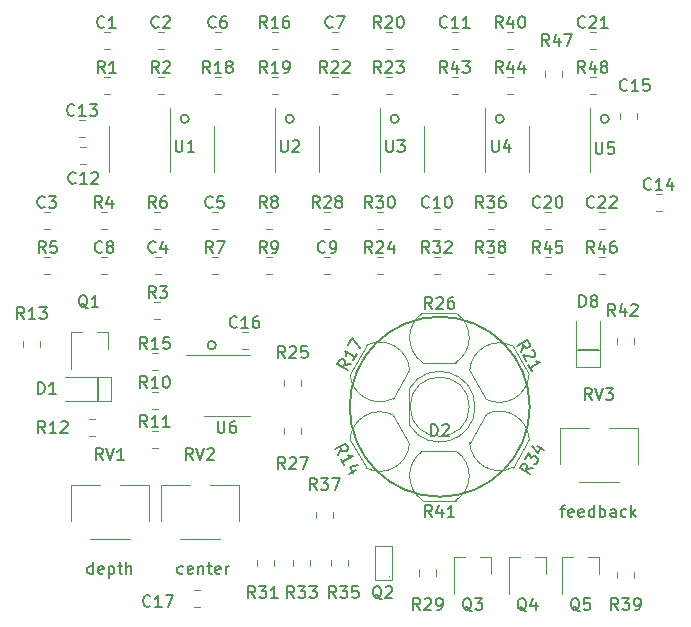
<source format=gbr>
G04 #@! TF.GenerationSoftware,KiCad,Pcbnew,5.1.6-c6e7f7d~87~ubuntu18.04.1*
G04 #@! TF.CreationDate,2020-08-01T07:59:39-04:00*
G04 #@! TF.ProjectId,optical_phasor_plug_in_board,6f707469-6361-46c5-9f70-6861736f725f,1.1*
G04 #@! TF.SameCoordinates,Original*
G04 #@! TF.FileFunction,Legend,Top*
G04 #@! TF.FilePolarity,Positive*
%FSLAX46Y46*%
G04 Gerber Fmt 4.6, Leading zero omitted, Abs format (unit mm)*
G04 Created by KiCad (PCBNEW 5.1.6-c6e7f7d~87~ubuntu18.04.1) date 2020-08-01 07:59:39*
%MOMM*%
%LPD*%
G01*
G04 APERTURE LIST*
%ADD10C,0.150000*%
%ADD11C,0.125000*%
%ADD12C,0.120000*%
G04 APERTURE END LIST*
D10*
X124714000Y-98806000D02*
X124714000Y-96774000D01*
X165354000Y-94488000D02*
X167132000Y-94488000D01*
X167999210Y-74930000D02*
G75*
G03*
X167999210Y-74930000I-359210J0D01*
G01*
X134725210Y-94107000D02*
G75*
G03*
X134725210Y-94107000I-359210J0D01*
G01*
X159109210Y-74930000D02*
G75*
G03*
X159109210Y-74930000I-359210J0D01*
G01*
X150219210Y-74930000D02*
G75*
G03*
X150219210Y-74930000I-359210J0D01*
G01*
X141329210Y-74930000D02*
G75*
G03*
X141329210Y-74930000I-359210J0D01*
G01*
X132439210Y-74930000D02*
G75*
G03*
X132439210Y-74930000I-359210J0D01*
G01*
X163893904Y-107989714D02*
X164274857Y-107989714D01*
X164036761Y-108656380D02*
X164036761Y-107799238D01*
X164084380Y-107704000D01*
X164179619Y-107656380D01*
X164274857Y-107656380D01*
X164989142Y-108608761D02*
X164893904Y-108656380D01*
X164703428Y-108656380D01*
X164608190Y-108608761D01*
X164560571Y-108513523D01*
X164560571Y-108132571D01*
X164608190Y-108037333D01*
X164703428Y-107989714D01*
X164893904Y-107989714D01*
X164989142Y-108037333D01*
X165036761Y-108132571D01*
X165036761Y-108227809D01*
X164560571Y-108323047D01*
X165846285Y-108608761D02*
X165751047Y-108656380D01*
X165560571Y-108656380D01*
X165465333Y-108608761D01*
X165417714Y-108513523D01*
X165417714Y-108132571D01*
X165465333Y-108037333D01*
X165560571Y-107989714D01*
X165751047Y-107989714D01*
X165846285Y-108037333D01*
X165893904Y-108132571D01*
X165893904Y-108227809D01*
X165417714Y-108323047D01*
X166751047Y-108656380D02*
X166751047Y-107656380D01*
X166751047Y-108608761D02*
X166655809Y-108656380D01*
X166465333Y-108656380D01*
X166370095Y-108608761D01*
X166322476Y-108561142D01*
X166274857Y-108465904D01*
X166274857Y-108180190D01*
X166322476Y-108084952D01*
X166370095Y-108037333D01*
X166465333Y-107989714D01*
X166655809Y-107989714D01*
X166751047Y-108037333D01*
X167227238Y-108656380D02*
X167227238Y-107656380D01*
X167227238Y-108037333D02*
X167322476Y-107989714D01*
X167512952Y-107989714D01*
X167608190Y-108037333D01*
X167655809Y-108084952D01*
X167703428Y-108180190D01*
X167703428Y-108465904D01*
X167655809Y-108561142D01*
X167608190Y-108608761D01*
X167512952Y-108656380D01*
X167322476Y-108656380D01*
X167227238Y-108608761D01*
X168560571Y-108656380D02*
X168560571Y-108132571D01*
X168512952Y-108037333D01*
X168417714Y-107989714D01*
X168227238Y-107989714D01*
X168132000Y-108037333D01*
X168560571Y-108608761D02*
X168465333Y-108656380D01*
X168227238Y-108656380D01*
X168132000Y-108608761D01*
X168084380Y-108513523D01*
X168084380Y-108418285D01*
X168132000Y-108323047D01*
X168227238Y-108275428D01*
X168465333Y-108275428D01*
X168560571Y-108227809D01*
X169465333Y-108608761D02*
X169370095Y-108656380D01*
X169179619Y-108656380D01*
X169084380Y-108608761D01*
X169036761Y-108561142D01*
X168989142Y-108465904D01*
X168989142Y-108180190D01*
X169036761Y-108084952D01*
X169084380Y-108037333D01*
X169179619Y-107989714D01*
X169370095Y-107989714D01*
X169465333Y-108037333D01*
X169893904Y-108656380D02*
X169893904Y-107656380D01*
X169989142Y-108275428D02*
X170274857Y-108656380D01*
X170274857Y-107989714D02*
X169893904Y-108370666D01*
X131937333Y-113434761D02*
X131842095Y-113482380D01*
X131651619Y-113482380D01*
X131556380Y-113434761D01*
X131508761Y-113387142D01*
X131461142Y-113291904D01*
X131461142Y-113006190D01*
X131508761Y-112910952D01*
X131556380Y-112863333D01*
X131651619Y-112815714D01*
X131842095Y-112815714D01*
X131937333Y-112863333D01*
X132746857Y-113434761D02*
X132651619Y-113482380D01*
X132461142Y-113482380D01*
X132365904Y-113434761D01*
X132318285Y-113339523D01*
X132318285Y-112958571D01*
X132365904Y-112863333D01*
X132461142Y-112815714D01*
X132651619Y-112815714D01*
X132746857Y-112863333D01*
X132794476Y-112958571D01*
X132794476Y-113053809D01*
X132318285Y-113149047D01*
X133223047Y-112815714D02*
X133223047Y-113482380D01*
X133223047Y-112910952D02*
X133270666Y-112863333D01*
X133365904Y-112815714D01*
X133508761Y-112815714D01*
X133604000Y-112863333D01*
X133651619Y-112958571D01*
X133651619Y-113482380D01*
X133984952Y-112815714D02*
X134365904Y-112815714D01*
X134127809Y-112482380D02*
X134127809Y-113339523D01*
X134175428Y-113434761D01*
X134270666Y-113482380D01*
X134365904Y-113482380D01*
X135080190Y-113434761D02*
X134984952Y-113482380D01*
X134794476Y-113482380D01*
X134699238Y-113434761D01*
X134651619Y-113339523D01*
X134651619Y-112958571D01*
X134699238Y-112863333D01*
X134794476Y-112815714D01*
X134984952Y-112815714D01*
X135080190Y-112863333D01*
X135127809Y-112958571D01*
X135127809Y-113053809D01*
X134651619Y-113149047D01*
X135556380Y-113482380D02*
X135556380Y-112815714D01*
X135556380Y-113006190D02*
X135604000Y-112910952D01*
X135651619Y-112863333D01*
X135746857Y-112815714D01*
X135842095Y-112815714D01*
X124325238Y-113482380D02*
X124325238Y-112482380D01*
X124325238Y-113434761D02*
X124230000Y-113482380D01*
X124039523Y-113482380D01*
X123944285Y-113434761D01*
X123896666Y-113387142D01*
X123849047Y-113291904D01*
X123849047Y-113006190D01*
X123896666Y-112910952D01*
X123944285Y-112863333D01*
X124039523Y-112815714D01*
X124230000Y-112815714D01*
X124325238Y-112863333D01*
X125182380Y-113434761D02*
X125087142Y-113482380D01*
X124896666Y-113482380D01*
X124801428Y-113434761D01*
X124753809Y-113339523D01*
X124753809Y-112958571D01*
X124801428Y-112863333D01*
X124896666Y-112815714D01*
X125087142Y-112815714D01*
X125182380Y-112863333D01*
X125230000Y-112958571D01*
X125230000Y-113053809D01*
X124753809Y-113149047D01*
X125658571Y-112815714D02*
X125658571Y-113815714D01*
X125658571Y-112863333D02*
X125753809Y-112815714D01*
X125944285Y-112815714D01*
X126039523Y-112863333D01*
X126087142Y-112910952D01*
X126134761Y-113006190D01*
X126134761Y-113291904D01*
X126087142Y-113387142D01*
X126039523Y-113434761D01*
X125944285Y-113482380D01*
X125753809Y-113482380D01*
X125658571Y-113434761D01*
X126420476Y-112815714D02*
X126801428Y-112815714D01*
X126563333Y-112482380D02*
X126563333Y-113339523D01*
X126610952Y-113434761D01*
X126706190Y-113482380D01*
X126801428Y-113482380D01*
X127134761Y-113482380D02*
X127134761Y-112482380D01*
X127563333Y-113482380D02*
X127563333Y-112958571D01*
X127515714Y-112863333D01*
X127420476Y-112815714D01*
X127277619Y-112815714D01*
X127182380Y-112863333D01*
X127134761Y-112910952D01*
X161290000Y-99314000D02*
G75*
G03*
X161290000Y-99314000I-7620000J0D01*
G01*
D11*
X149414000Y-113672000D02*
G75*
G03*
X149414000Y-113672000I-50000J0D01*
G01*
X148164000Y-113972000D02*
X148164000Y-111072000D01*
X148164000Y-111072000D02*
X149664000Y-111072000D01*
X149664000Y-111072000D02*
X149664000Y-113972000D01*
X149664000Y-113972000D02*
X148164000Y-113972000D01*
D12*
X167188000Y-112040000D02*
X166258000Y-112040000D01*
X164028000Y-112040000D02*
X164958000Y-112040000D01*
X164028000Y-112040000D02*
X164028000Y-115200000D01*
X167188000Y-112040000D02*
X167188000Y-113500000D01*
X162682000Y-112040000D02*
X161752000Y-112040000D01*
X159522000Y-112040000D02*
X160452000Y-112040000D01*
X159522000Y-112040000D02*
X159522000Y-115200000D01*
X162682000Y-112040000D02*
X162682000Y-113500000D01*
X158044000Y-112040000D02*
X157114000Y-112040000D01*
X154884000Y-112040000D02*
X155814000Y-112040000D01*
X154884000Y-112040000D02*
X154884000Y-115200000D01*
X158044000Y-112040000D02*
X158044000Y-113500000D01*
X125598000Y-92950000D02*
X124668000Y-92950000D01*
X122438000Y-92950000D02*
X123368000Y-92950000D01*
X122438000Y-92950000D02*
X122438000Y-96110000D01*
X125598000Y-92950000D02*
X125598000Y-94410000D01*
X168837000Y-105663000D02*
X165427000Y-105663000D01*
X170427000Y-101103000D02*
X167967000Y-101103000D01*
X166297000Y-101103000D02*
X163837000Y-101103000D01*
X170427000Y-104157000D02*
X170427000Y-101103000D01*
X163837000Y-104157000D02*
X163837000Y-101103000D01*
X146075140Y-96526396D02*
X147475140Y-94101525D01*
X149712446Y-98626396D02*
X151112446Y-96201525D01*
X151113469Y-96218240D02*
G75*
G03*
X147475140Y-94101525I-2519676J-145721D01*
G01*
X146074118Y-96509683D02*
G75*
G03*
X149712446Y-98626396I2519675J145722D01*
G01*
X161270000Y-77470000D02*
X161270000Y-79420000D01*
X161270000Y-77470000D02*
X161270000Y-75520000D01*
X166390000Y-77470000D02*
X166390000Y-79420000D01*
X166390000Y-77470000D02*
X166390000Y-74020000D01*
X135055000Y-110489000D02*
X131645000Y-110489000D01*
X136645000Y-105929000D02*
X134185000Y-105929000D01*
X132515000Y-105929000D02*
X130055000Y-105929000D01*
X136645000Y-108983000D02*
X136645000Y-105929000D01*
X130055000Y-108983000D02*
X130055000Y-105929000D01*
X127435000Y-110489000D02*
X124025000Y-110489000D01*
X129025000Y-105929000D02*
X126565000Y-105929000D01*
X124895000Y-105929000D02*
X122435000Y-105929000D01*
X129025000Y-108983000D02*
X129025000Y-105929000D01*
X122435000Y-108983000D02*
X122435000Y-105929000D01*
X166876252Y-72846000D02*
X166353748Y-72846000D01*
X166876252Y-71426000D02*
X166353748Y-71426000D01*
X164032000Y-70867748D02*
X164032000Y-71390252D01*
X162612000Y-70867748D02*
X162612000Y-71390252D01*
X167133748Y-86666000D02*
X167656252Y-86666000D01*
X167133748Y-88086000D02*
X167656252Y-88086000D01*
X162543748Y-86666000D02*
X163066252Y-86666000D01*
X162543748Y-88086000D02*
X163066252Y-88086000D01*
X168708000Y-113799252D02*
X168708000Y-113276748D01*
X170128000Y-113799252D02*
X170128000Y-113276748D01*
X129810252Y-96214000D02*
X129287748Y-96214000D01*
X129810252Y-94794000D02*
X129287748Y-94794000D01*
X167656252Y-84276000D02*
X167133748Y-84276000D01*
X167656252Y-82856000D02*
X167133748Y-82856000D01*
X166894252Y-69036000D02*
X166371748Y-69036000D01*
X166894252Y-67616000D02*
X166371748Y-67616000D01*
X163066252Y-84276000D02*
X162543748Y-84276000D01*
X163066252Y-82856000D02*
X162543748Y-82856000D01*
X158240252Y-86666000D02*
X157717748Y-86666000D01*
X158240252Y-88086000D02*
X157717748Y-88086000D01*
X155210252Y-69036000D02*
X154687748Y-69036000D01*
X155210252Y-67616000D02*
X154687748Y-67616000D01*
X157726748Y-84276000D02*
X158249252Y-84276000D01*
X157726748Y-82856000D02*
X158249252Y-82856000D01*
X154687748Y-72846000D02*
X155210252Y-72846000D01*
X154687748Y-71426000D02*
X155210252Y-71426000D01*
X153677252Y-88086000D02*
X153154748Y-88086000D01*
X153677252Y-86666000D02*
X153154748Y-86666000D01*
X159909252Y-71426000D02*
X159386748Y-71426000D01*
X159909252Y-72846000D02*
X159386748Y-72846000D01*
X153677252Y-84276000D02*
X153154748Y-84276000D01*
X153677252Y-82856000D02*
X153154748Y-82856000D01*
X159386748Y-67616000D02*
X159909252Y-67616000D01*
X159386748Y-69036000D02*
X159909252Y-69036000D01*
X152380000Y-77470000D02*
X152380000Y-79420000D01*
X152380000Y-77470000D02*
X152380000Y-75520000D01*
X157500000Y-77470000D02*
X157500000Y-79420000D01*
X157500000Y-77470000D02*
X157500000Y-74020000D01*
X120134748Y-88086000D02*
X120657252Y-88086000D01*
X120134748Y-86666000D02*
X120657252Y-86666000D01*
X156170000Y-99314000D02*
G75*
G03*
X156170000Y-99314000I-2500000J0D01*
G01*
X151110000Y-97769000D02*
X151110000Y-100859000D01*
X156660000Y-99313538D02*
G75*
G02*
X151110000Y-100858830I-2990000J-462D01*
G01*
X156660000Y-99314462D02*
G75*
G03*
X151110000Y-97769170I-2990000J462D01*
G01*
X149712446Y-100001604D02*
X151112446Y-102426475D01*
X146075140Y-102101604D02*
X147475140Y-104526475D01*
X147460154Y-104519003D02*
G75*
G03*
X151112446Y-102426475I1133639J2254964D01*
G01*
X149727432Y-100009075D02*
G75*
G03*
X146075140Y-102101604I-1133639J-2254964D01*
G01*
X156203554Y-96259602D02*
X157603554Y-98684473D01*
X159840860Y-94159602D02*
X161240860Y-96584473D01*
X159855846Y-94167073D02*
G75*
G03*
X156203554Y-96259602I-1133639J-2254964D01*
G01*
X157588568Y-98677001D02*
G75*
G03*
X161240860Y-96584473I1133639J2254964D01*
G01*
X152246000Y-95572000D02*
X155046000Y-95572000D01*
X152246000Y-91372000D02*
X155046000Y-91372000D01*
X152259963Y-91362758D02*
G75*
G03*
X152246000Y-95572000I1386037J-2109242D01*
G01*
X155032037Y-95581242D02*
G75*
G03*
X155046000Y-91372000I-1386037J2109242D01*
G01*
X159840860Y-104468398D02*
X161240860Y-102043527D01*
X156203554Y-102368398D02*
X157603554Y-99943527D01*
X156202532Y-102351685D02*
G75*
G03*
X159840860Y-104468398I2519675J145722D01*
G01*
X161241883Y-102060242D02*
G75*
G03*
X157603554Y-99943527I-2519676J-145721D01*
G01*
X152246000Y-107256000D02*
X155046000Y-107256000D01*
X152246000Y-103056000D02*
X155046000Y-103056000D01*
X152259963Y-103046758D02*
G75*
G03*
X152246000Y-107256000I1386037J-2109242D01*
G01*
X155032037Y-107265242D02*
G75*
G03*
X155046000Y-103056000I-1386037J2109242D01*
G01*
X130830000Y-77470000D02*
X130830000Y-74020000D01*
X130830000Y-77470000D02*
X130830000Y-79420000D01*
X125710000Y-77470000D02*
X125710000Y-75520000D01*
X125710000Y-77470000D02*
X125710000Y-79420000D01*
X139720000Y-77470000D02*
X139720000Y-74020000D01*
X139720000Y-77470000D02*
X139720000Y-79420000D01*
X134600000Y-77470000D02*
X134600000Y-75520000D01*
X134600000Y-77470000D02*
X134600000Y-79420000D01*
X148610000Y-77470000D02*
X148610000Y-74020000D01*
X148610000Y-77470000D02*
X148610000Y-79420000D01*
X143490000Y-77470000D02*
X143490000Y-75520000D01*
X143490000Y-77470000D02*
X143490000Y-79420000D01*
X135636000Y-100096000D02*
X137586000Y-100096000D01*
X135636000Y-100096000D02*
X133686000Y-100096000D01*
X135636000Y-94976000D02*
X137586000Y-94976000D01*
X135636000Y-94976000D02*
X132186000Y-94976000D01*
X125728252Y-69036000D02*
X125205748Y-69036000D01*
X125728252Y-67616000D02*
X125205748Y-67616000D01*
X130309252Y-67616000D02*
X129786748Y-67616000D01*
X130309252Y-69036000D02*
X129786748Y-69036000D01*
X120648252Y-82856000D02*
X120125748Y-82856000D01*
X120648252Y-84276000D02*
X120125748Y-84276000D01*
X129541748Y-86666000D02*
X130064252Y-86666000D01*
X129541748Y-88086000D02*
X130064252Y-88086000D01*
X134872252Y-82856000D02*
X134349748Y-82856000D01*
X134872252Y-84276000D02*
X134349748Y-84276000D01*
X134603748Y-69036000D02*
X135126252Y-69036000D01*
X134603748Y-67616000D02*
X135126252Y-67616000D01*
X145032252Y-67616000D02*
X144509748Y-67616000D01*
X145032252Y-69036000D02*
X144509748Y-69036000D01*
X124969748Y-86666000D02*
X125492252Y-86666000D01*
X124969748Y-88086000D02*
X125492252Y-88086000D01*
X144397252Y-86666000D02*
X143874748Y-86666000D01*
X144397252Y-88086000D02*
X143874748Y-88086000D01*
X125205748Y-72846000D02*
X125728252Y-72846000D01*
X125205748Y-71426000D02*
X125728252Y-71426000D01*
X130318252Y-72846000D02*
X129795748Y-72846000D01*
X130318252Y-71426000D02*
X129795748Y-71426000D01*
X129501748Y-91896000D02*
X130024252Y-91896000D01*
X129501748Y-90476000D02*
X130024252Y-90476000D01*
X125492252Y-82856000D02*
X124969748Y-82856000D01*
X125492252Y-84276000D02*
X124969748Y-84276000D01*
X130024252Y-84276000D02*
X129501748Y-84276000D01*
X130024252Y-82856000D02*
X129501748Y-82856000D01*
X134881252Y-86666000D02*
X134358748Y-86666000D01*
X134881252Y-88086000D02*
X134358748Y-88086000D01*
X138930748Y-84276000D02*
X139453252Y-84276000D01*
X138930748Y-82856000D02*
X139453252Y-82856000D01*
X139453252Y-88086000D02*
X138930748Y-88086000D01*
X139453252Y-86666000D02*
X138930748Y-86666000D01*
X129810252Y-99516000D02*
X129287748Y-99516000D01*
X129810252Y-98096000D02*
X129287748Y-98096000D01*
X129810252Y-101398000D02*
X129287748Y-101398000D01*
X129810252Y-102818000D02*
X129287748Y-102818000D01*
X123953748Y-100382000D02*
X124476252Y-100382000D01*
X123953748Y-101802000D02*
X124476252Y-101802000D01*
X119836000Y-94232252D02*
X119836000Y-93709748D01*
X118416000Y-94232252D02*
X118416000Y-93709748D01*
X139438748Y-67616000D02*
X139961252Y-67616000D01*
X139438748Y-69036000D02*
X139961252Y-69036000D01*
X134603748Y-71426000D02*
X135126252Y-71426000D01*
X134603748Y-72846000D02*
X135126252Y-72846000D01*
X139961252Y-71426000D02*
X139438748Y-71426000D01*
X139961252Y-72846000D02*
X139438748Y-72846000D01*
X149099748Y-67616000D02*
X149622252Y-67616000D01*
X149099748Y-69036000D02*
X149622252Y-69036000D01*
X144518748Y-71426000D02*
X145041252Y-71426000D01*
X144518748Y-72846000D02*
X145041252Y-72846000D01*
X149622252Y-72846000D02*
X149099748Y-72846000D01*
X149622252Y-71426000D02*
X149099748Y-71426000D01*
X148328748Y-86666000D02*
X148851252Y-86666000D01*
X148328748Y-88086000D02*
X148851252Y-88086000D01*
X141934000Y-97029748D02*
X141934000Y-97552252D01*
X140514000Y-97029748D02*
X140514000Y-97552252D01*
X141934000Y-101598252D02*
X141934000Y-101075748D01*
X140514000Y-101598252D02*
X140514000Y-101075748D01*
X143874748Y-82856000D02*
X144397252Y-82856000D01*
X143874748Y-84276000D02*
X144397252Y-84276000D01*
X153364000Y-113608752D02*
X153364000Y-113086248D01*
X151944000Y-113608752D02*
X151944000Y-113086248D01*
X148851252Y-82856000D02*
X148328748Y-82856000D01*
X148851252Y-84276000D02*
X148328748Y-84276000D01*
X139648000Y-112251748D02*
X139648000Y-112774252D01*
X138228000Y-112251748D02*
X138228000Y-112774252D01*
X142696000Y-112251748D02*
X142696000Y-112774252D01*
X141276000Y-112251748D02*
X141276000Y-112774252D01*
X145871000Y-112774252D02*
X145871000Y-112251748D01*
X144451000Y-112774252D02*
X144451000Y-112251748D01*
X144601000Y-108710252D02*
X144601000Y-108187748D01*
X143181000Y-108710252D02*
X143181000Y-108187748D01*
X168708000Y-93978252D02*
X168708000Y-93455748D01*
X170128000Y-93978252D02*
X170128000Y-93455748D01*
X125820000Y-98790000D02*
X125820000Y-96790000D01*
X125820000Y-96790000D02*
X121920000Y-96790000D01*
X125820000Y-98790000D02*
X121920000Y-98790000D01*
X165243000Y-95977000D02*
X165243000Y-92077000D01*
X167243000Y-95977000D02*
X167243000Y-92077000D01*
X165243000Y-95977000D02*
X167243000Y-95977000D01*
X123696252Y-78764200D02*
X123173748Y-78764200D01*
X123696252Y-77344200D02*
X123173748Y-77344200D01*
X123663452Y-76478200D02*
X123140948Y-76478200D01*
X123663452Y-75058200D02*
X123140948Y-75058200D01*
X171941748Y-82752000D02*
X172464252Y-82752000D01*
X171941748Y-81332000D02*
X172464252Y-81332000D01*
X170382000Y-74946252D02*
X170382000Y-74423748D01*
X168962000Y-74946252D02*
X168962000Y-74423748D01*
X137412252Y-94436000D02*
X136889748Y-94436000D01*
X137412252Y-93016000D02*
X136889748Y-93016000D01*
X132843748Y-114860000D02*
X133366252Y-114860000D01*
X132843748Y-116280000D02*
X133366252Y-116280000D01*
D10*
X148748761Y-115609619D02*
X148653523Y-115562000D01*
X148558285Y-115466761D01*
X148415428Y-115323904D01*
X148320190Y-115276285D01*
X148224952Y-115276285D01*
X148272571Y-115514380D02*
X148177333Y-115466761D01*
X148082095Y-115371523D01*
X148034476Y-115181047D01*
X148034476Y-114847714D01*
X148082095Y-114657238D01*
X148177333Y-114562000D01*
X148272571Y-114514380D01*
X148463047Y-114514380D01*
X148558285Y-114562000D01*
X148653523Y-114657238D01*
X148701142Y-114847714D01*
X148701142Y-115181047D01*
X148653523Y-115371523D01*
X148558285Y-115466761D01*
X148463047Y-115514380D01*
X148272571Y-115514380D01*
X149082095Y-114609619D02*
X149129714Y-114562000D01*
X149224952Y-114514380D01*
X149463047Y-114514380D01*
X149558285Y-114562000D01*
X149605904Y-114609619D01*
X149653523Y-114704857D01*
X149653523Y-114800095D01*
X149605904Y-114942952D01*
X149034476Y-115514380D01*
X149653523Y-115514380D01*
X165512761Y-116625619D02*
X165417523Y-116578000D01*
X165322285Y-116482761D01*
X165179428Y-116339904D01*
X165084190Y-116292285D01*
X164988952Y-116292285D01*
X165036571Y-116530380D02*
X164941333Y-116482761D01*
X164846095Y-116387523D01*
X164798476Y-116197047D01*
X164798476Y-115863714D01*
X164846095Y-115673238D01*
X164941333Y-115578000D01*
X165036571Y-115530380D01*
X165227047Y-115530380D01*
X165322285Y-115578000D01*
X165417523Y-115673238D01*
X165465142Y-115863714D01*
X165465142Y-116197047D01*
X165417523Y-116387523D01*
X165322285Y-116482761D01*
X165227047Y-116530380D01*
X165036571Y-116530380D01*
X166369904Y-115530380D02*
X165893714Y-115530380D01*
X165846095Y-116006571D01*
X165893714Y-115958952D01*
X165988952Y-115911333D01*
X166227047Y-115911333D01*
X166322285Y-115958952D01*
X166369904Y-116006571D01*
X166417523Y-116101809D01*
X166417523Y-116339904D01*
X166369904Y-116435142D01*
X166322285Y-116482761D01*
X166227047Y-116530380D01*
X165988952Y-116530380D01*
X165893714Y-116482761D01*
X165846095Y-116435142D01*
X161006761Y-116625619D02*
X160911523Y-116578000D01*
X160816285Y-116482761D01*
X160673428Y-116339904D01*
X160578190Y-116292285D01*
X160482952Y-116292285D01*
X160530571Y-116530380D02*
X160435333Y-116482761D01*
X160340095Y-116387523D01*
X160292476Y-116197047D01*
X160292476Y-115863714D01*
X160340095Y-115673238D01*
X160435333Y-115578000D01*
X160530571Y-115530380D01*
X160721047Y-115530380D01*
X160816285Y-115578000D01*
X160911523Y-115673238D01*
X160959142Y-115863714D01*
X160959142Y-116197047D01*
X160911523Y-116387523D01*
X160816285Y-116482761D01*
X160721047Y-116530380D01*
X160530571Y-116530380D01*
X161816285Y-115863714D02*
X161816285Y-116530380D01*
X161578190Y-115482761D02*
X161340095Y-116197047D01*
X161959142Y-116197047D01*
X156368761Y-116625619D02*
X156273523Y-116578000D01*
X156178285Y-116482761D01*
X156035428Y-116339904D01*
X155940190Y-116292285D01*
X155844952Y-116292285D01*
X155892571Y-116530380D02*
X155797333Y-116482761D01*
X155702095Y-116387523D01*
X155654476Y-116197047D01*
X155654476Y-115863714D01*
X155702095Y-115673238D01*
X155797333Y-115578000D01*
X155892571Y-115530380D01*
X156083047Y-115530380D01*
X156178285Y-115578000D01*
X156273523Y-115673238D01*
X156321142Y-115863714D01*
X156321142Y-116197047D01*
X156273523Y-116387523D01*
X156178285Y-116482761D01*
X156083047Y-116530380D01*
X155892571Y-116530380D01*
X156654476Y-115530380D02*
X157273523Y-115530380D01*
X156940190Y-115911333D01*
X157083047Y-115911333D01*
X157178285Y-115958952D01*
X157225904Y-116006571D01*
X157273523Y-116101809D01*
X157273523Y-116339904D01*
X157225904Y-116435142D01*
X157178285Y-116482761D01*
X157083047Y-116530380D01*
X156797333Y-116530380D01*
X156702095Y-116482761D01*
X156654476Y-116435142D01*
X123856761Y-90971619D02*
X123761523Y-90924000D01*
X123666285Y-90828761D01*
X123523428Y-90685904D01*
X123428190Y-90638285D01*
X123332952Y-90638285D01*
X123380571Y-90876380D02*
X123285333Y-90828761D01*
X123190095Y-90733523D01*
X123142476Y-90543047D01*
X123142476Y-90209714D01*
X123190095Y-90019238D01*
X123285333Y-89924000D01*
X123380571Y-89876380D01*
X123571047Y-89876380D01*
X123666285Y-89924000D01*
X123761523Y-90019238D01*
X123809142Y-90209714D01*
X123809142Y-90543047D01*
X123761523Y-90733523D01*
X123666285Y-90828761D01*
X123571047Y-90876380D01*
X123380571Y-90876380D01*
X124761523Y-90876380D02*
X124190095Y-90876380D01*
X124475809Y-90876380D02*
X124475809Y-89876380D01*
X124380571Y-90019238D01*
X124285333Y-90114476D01*
X124190095Y-90162095D01*
X166536761Y-98750380D02*
X166203428Y-98274190D01*
X165965333Y-98750380D02*
X165965333Y-97750380D01*
X166346285Y-97750380D01*
X166441523Y-97798000D01*
X166489142Y-97845619D01*
X166536761Y-97940857D01*
X166536761Y-98083714D01*
X166489142Y-98178952D01*
X166441523Y-98226571D01*
X166346285Y-98274190D01*
X165965333Y-98274190D01*
X166822476Y-97750380D02*
X167155809Y-98750380D01*
X167489142Y-97750380D01*
X167727238Y-97750380D02*
X168346285Y-97750380D01*
X168012952Y-98131333D01*
X168155809Y-98131333D01*
X168251047Y-98178952D01*
X168298666Y-98226571D01*
X168346285Y-98321809D01*
X168346285Y-98559904D01*
X168298666Y-98655142D01*
X168251047Y-98702761D01*
X168155809Y-98750380D01*
X167870095Y-98750380D01*
X167774857Y-98702761D01*
X167727238Y-98655142D01*
X146152663Y-95696882D02*
X145573604Y-95747461D01*
X145866949Y-96191753D02*
X145000924Y-95691753D01*
X145191400Y-95361839D01*
X145280258Y-95303170D01*
X145345307Y-95285740D01*
X145451595Y-95292120D01*
X145575313Y-95363548D01*
X145633982Y-95452407D01*
X145651412Y-95517455D01*
X145645032Y-95623744D01*
X145454556Y-95953658D01*
X146628854Y-94872095D02*
X146343140Y-95366967D01*
X146485997Y-95119531D02*
X145619971Y-94619531D01*
X145696070Y-94773439D01*
X145730930Y-94903536D01*
X145724550Y-95009824D01*
X145929495Y-94083420D02*
X146262828Y-93506070D01*
X146914568Y-94377224D01*
X166878095Y-76922380D02*
X166878095Y-77731904D01*
X166925714Y-77827142D01*
X166973333Y-77874761D01*
X167068571Y-77922380D01*
X167259047Y-77922380D01*
X167354285Y-77874761D01*
X167401904Y-77827142D01*
X167449523Y-77731904D01*
X167449523Y-76922380D01*
X168401904Y-76922380D02*
X167925714Y-76922380D01*
X167878095Y-77398571D01*
X167925714Y-77350952D01*
X168020952Y-77303333D01*
X168259047Y-77303333D01*
X168354285Y-77350952D01*
X168401904Y-77398571D01*
X168449523Y-77493809D01*
X168449523Y-77731904D01*
X168401904Y-77827142D01*
X168354285Y-77874761D01*
X168259047Y-77922380D01*
X168020952Y-77922380D01*
X167925714Y-77874761D01*
X167878095Y-77827142D01*
X132754761Y-103830380D02*
X132421428Y-103354190D01*
X132183333Y-103830380D02*
X132183333Y-102830380D01*
X132564285Y-102830380D01*
X132659523Y-102878000D01*
X132707142Y-102925619D01*
X132754761Y-103020857D01*
X132754761Y-103163714D01*
X132707142Y-103258952D01*
X132659523Y-103306571D01*
X132564285Y-103354190D01*
X132183333Y-103354190D01*
X133040476Y-102830380D02*
X133373809Y-103830380D01*
X133707142Y-102830380D01*
X133992857Y-102925619D02*
X134040476Y-102878000D01*
X134135714Y-102830380D01*
X134373809Y-102830380D01*
X134469047Y-102878000D01*
X134516666Y-102925619D01*
X134564285Y-103020857D01*
X134564285Y-103116095D01*
X134516666Y-103258952D01*
X133945238Y-103830380D01*
X134564285Y-103830380D01*
X125134761Y-103830380D02*
X124801428Y-103354190D01*
X124563333Y-103830380D02*
X124563333Y-102830380D01*
X124944285Y-102830380D01*
X125039523Y-102878000D01*
X125087142Y-102925619D01*
X125134761Y-103020857D01*
X125134761Y-103163714D01*
X125087142Y-103258952D01*
X125039523Y-103306571D01*
X124944285Y-103354190D01*
X124563333Y-103354190D01*
X125420476Y-102830380D02*
X125753809Y-103830380D01*
X126087142Y-102830380D01*
X126944285Y-103830380D02*
X126372857Y-103830380D01*
X126658571Y-103830380D02*
X126658571Y-102830380D01*
X126563333Y-102973238D01*
X126468095Y-103068476D01*
X126372857Y-103116095D01*
X165972142Y-71064380D02*
X165638809Y-70588190D01*
X165400714Y-71064380D02*
X165400714Y-70064380D01*
X165781666Y-70064380D01*
X165876904Y-70112000D01*
X165924523Y-70159619D01*
X165972142Y-70254857D01*
X165972142Y-70397714D01*
X165924523Y-70492952D01*
X165876904Y-70540571D01*
X165781666Y-70588190D01*
X165400714Y-70588190D01*
X166829285Y-70397714D02*
X166829285Y-71064380D01*
X166591190Y-70016761D02*
X166353095Y-70731047D01*
X166972142Y-70731047D01*
X167495952Y-70492952D02*
X167400714Y-70445333D01*
X167353095Y-70397714D01*
X167305476Y-70302476D01*
X167305476Y-70254857D01*
X167353095Y-70159619D01*
X167400714Y-70112000D01*
X167495952Y-70064380D01*
X167686428Y-70064380D01*
X167781666Y-70112000D01*
X167829285Y-70159619D01*
X167876904Y-70254857D01*
X167876904Y-70302476D01*
X167829285Y-70397714D01*
X167781666Y-70445333D01*
X167686428Y-70492952D01*
X167495952Y-70492952D01*
X167400714Y-70540571D01*
X167353095Y-70588190D01*
X167305476Y-70683428D01*
X167305476Y-70873904D01*
X167353095Y-70969142D01*
X167400714Y-71016761D01*
X167495952Y-71064380D01*
X167686428Y-71064380D01*
X167781666Y-71016761D01*
X167829285Y-70969142D01*
X167876904Y-70873904D01*
X167876904Y-70683428D01*
X167829285Y-70588190D01*
X167781666Y-70540571D01*
X167686428Y-70492952D01*
X162933142Y-68778380D02*
X162599809Y-68302190D01*
X162361714Y-68778380D02*
X162361714Y-67778380D01*
X162742666Y-67778380D01*
X162837904Y-67826000D01*
X162885523Y-67873619D01*
X162933142Y-67968857D01*
X162933142Y-68111714D01*
X162885523Y-68206952D01*
X162837904Y-68254571D01*
X162742666Y-68302190D01*
X162361714Y-68302190D01*
X163790285Y-68111714D02*
X163790285Y-68778380D01*
X163552190Y-67730761D02*
X163314095Y-68445047D01*
X163933142Y-68445047D01*
X164218857Y-67778380D02*
X164885523Y-67778380D01*
X164456952Y-68778380D01*
X166743142Y-86304380D02*
X166409809Y-85828190D01*
X166171714Y-86304380D02*
X166171714Y-85304380D01*
X166552666Y-85304380D01*
X166647904Y-85352000D01*
X166695523Y-85399619D01*
X166743142Y-85494857D01*
X166743142Y-85637714D01*
X166695523Y-85732952D01*
X166647904Y-85780571D01*
X166552666Y-85828190D01*
X166171714Y-85828190D01*
X167600285Y-85637714D02*
X167600285Y-86304380D01*
X167362190Y-85256761D02*
X167124095Y-85971047D01*
X167743142Y-85971047D01*
X168552666Y-85304380D02*
X168362190Y-85304380D01*
X168266952Y-85352000D01*
X168219333Y-85399619D01*
X168124095Y-85542476D01*
X168076476Y-85732952D01*
X168076476Y-86113904D01*
X168124095Y-86209142D01*
X168171714Y-86256761D01*
X168266952Y-86304380D01*
X168457428Y-86304380D01*
X168552666Y-86256761D01*
X168600285Y-86209142D01*
X168647904Y-86113904D01*
X168647904Y-85875809D01*
X168600285Y-85780571D01*
X168552666Y-85732952D01*
X168457428Y-85685333D01*
X168266952Y-85685333D01*
X168171714Y-85732952D01*
X168124095Y-85780571D01*
X168076476Y-85875809D01*
X162162142Y-86304380D02*
X161828809Y-85828190D01*
X161590714Y-86304380D02*
X161590714Y-85304380D01*
X161971666Y-85304380D01*
X162066904Y-85352000D01*
X162114523Y-85399619D01*
X162162142Y-85494857D01*
X162162142Y-85637714D01*
X162114523Y-85732952D01*
X162066904Y-85780571D01*
X161971666Y-85828190D01*
X161590714Y-85828190D01*
X163019285Y-85637714D02*
X163019285Y-86304380D01*
X162781190Y-85256761D02*
X162543095Y-85971047D01*
X163162142Y-85971047D01*
X164019285Y-85304380D02*
X163543095Y-85304380D01*
X163495476Y-85780571D01*
X163543095Y-85732952D01*
X163638333Y-85685333D01*
X163876428Y-85685333D01*
X163971666Y-85732952D01*
X164019285Y-85780571D01*
X164066904Y-85875809D01*
X164066904Y-86113904D01*
X164019285Y-86209142D01*
X163971666Y-86256761D01*
X163876428Y-86304380D01*
X163638333Y-86304380D01*
X163543095Y-86256761D01*
X163495476Y-86209142D01*
X168775142Y-116530380D02*
X168441809Y-116054190D01*
X168203714Y-116530380D02*
X168203714Y-115530380D01*
X168584666Y-115530380D01*
X168679904Y-115578000D01*
X168727523Y-115625619D01*
X168775142Y-115720857D01*
X168775142Y-115863714D01*
X168727523Y-115958952D01*
X168679904Y-116006571D01*
X168584666Y-116054190D01*
X168203714Y-116054190D01*
X169108476Y-115530380D02*
X169727523Y-115530380D01*
X169394190Y-115911333D01*
X169537047Y-115911333D01*
X169632285Y-115958952D01*
X169679904Y-116006571D01*
X169727523Y-116101809D01*
X169727523Y-116339904D01*
X169679904Y-116435142D01*
X169632285Y-116482761D01*
X169537047Y-116530380D01*
X169251333Y-116530380D01*
X169156095Y-116482761D01*
X169108476Y-116435142D01*
X170203714Y-116530380D02*
X170394190Y-116530380D01*
X170489428Y-116482761D01*
X170537047Y-116435142D01*
X170632285Y-116292285D01*
X170679904Y-116101809D01*
X170679904Y-115720857D01*
X170632285Y-115625619D01*
X170584666Y-115578000D01*
X170489428Y-115530380D01*
X170298952Y-115530380D01*
X170203714Y-115578000D01*
X170156095Y-115625619D01*
X170108476Y-115720857D01*
X170108476Y-115958952D01*
X170156095Y-116054190D01*
X170203714Y-116101809D01*
X170298952Y-116149428D01*
X170489428Y-116149428D01*
X170584666Y-116101809D01*
X170632285Y-116054190D01*
X170679904Y-115958952D01*
X128906142Y-94432380D02*
X128572809Y-93956190D01*
X128334714Y-94432380D02*
X128334714Y-93432380D01*
X128715666Y-93432380D01*
X128810904Y-93480000D01*
X128858523Y-93527619D01*
X128906142Y-93622857D01*
X128906142Y-93765714D01*
X128858523Y-93860952D01*
X128810904Y-93908571D01*
X128715666Y-93956190D01*
X128334714Y-93956190D01*
X129858523Y-94432380D02*
X129287095Y-94432380D01*
X129572809Y-94432380D02*
X129572809Y-93432380D01*
X129477571Y-93575238D01*
X129382333Y-93670476D01*
X129287095Y-93718095D01*
X130763285Y-93432380D02*
X130287095Y-93432380D01*
X130239476Y-93908571D01*
X130287095Y-93860952D01*
X130382333Y-93813333D01*
X130620428Y-93813333D01*
X130715666Y-93860952D01*
X130763285Y-93908571D01*
X130810904Y-94003809D01*
X130810904Y-94241904D01*
X130763285Y-94337142D01*
X130715666Y-94384761D01*
X130620428Y-94432380D01*
X130382333Y-94432380D01*
X130287095Y-94384761D01*
X130239476Y-94337142D01*
X166752142Y-82399142D02*
X166704523Y-82446761D01*
X166561666Y-82494380D01*
X166466428Y-82494380D01*
X166323571Y-82446761D01*
X166228333Y-82351523D01*
X166180714Y-82256285D01*
X166133095Y-82065809D01*
X166133095Y-81922952D01*
X166180714Y-81732476D01*
X166228333Y-81637238D01*
X166323571Y-81542000D01*
X166466428Y-81494380D01*
X166561666Y-81494380D01*
X166704523Y-81542000D01*
X166752142Y-81589619D01*
X167133095Y-81589619D02*
X167180714Y-81542000D01*
X167275952Y-81494380D01*
X167514047Y-81494380D01*
X167609285Y-81542000D01*
X167656904Y-81589619D01*
X167704523Y-81684857D01*
X167704523Y-81780095D01*
X167656904Y-81922952D01*
X167085476Y-82494380D01*
X167704523Y-82494380D01*
X168085476Y-81589619D02*
X168133095Y-81542000D01*
X168228333Y-81494380D01*
X168466428Y-81494380D01*
X168561666Y-81542000D01*
X168609285Y-81589619D01*
X168656904Y-81684857D01*
X168656904Y-81780095D01*
X168609285Y-81922952D01*
X168037857Y-82494380D01*
X168656904Y-82494380D01*
X165981142Y-67159142D02*
X165933523Y-67206761D01*
X165790666Y-67254380D01*
X165695428Y-67254380D01*
X165552571Y-67206761D01*
X165457333Y-67111523D01*
X165409714Y-67016285D01*
X165362095Y-66825809D01*
X165362095Y-66682952D01*
X165409714Y-66492476D01*
X165457333Y-66397238D01*
X165552571Y-66302000D01*
X165695428Y-66254380D01*
X165790666Y-66254380D01*
X165933523Y-66302000D01*
X165981142Y-66349619D01*
X166362095Y-66349619D02*
X166409714Y-66302000D01*
X166504952Y-66254380D01*
X166743047Y-66254380D01*
X166838285Y-66302000D01*
X166885904Y-66349619D01*
X166933523Y-66444857D01*
X166933523Y-66540095D01*
X166885904Y-66682952D01*
X166314476Y-67254380D01*
X166933523Y-67254380D01*
X167885904Y-67254380D02*
X167314476Y-67254380D01*
X167600190Y-67254380D02*
X167600190Y-66254380D01*
X167504952Y-66397238D01*
X167409714Y-66492476D01*
X167314476Y-66540095D01*
X162162142Y-82399142D02*
X162114523Y-82446761D01*
X161971666Y-82494380D01*
X161876428Y-82494380D01*
X161733571Y-82446761D01*
X161638333Y-82351523D01*
X161590714Y-82256285D01*
X161543095Y-82065809D01*
X161543095Y-81922952D01*
X161590714Y-81732476D01*
X161638333Y-81637238D01*
X161733571Y-81542000D01*
X161876428Y-81494380D01*
X161971666Y-81494380D01*
X162114523Y-81542000D01*
X162162142Y-81589619D01*
X162543095Y-81589619D02*
X162590714Y-81542000D01*
X162685952Y-81494380D01*
X162924047Y-81494380D01*
X163019285Y-81542000D01*
X163066904Y-81589619D01*
X163114523Y-81684857D01*
X163114523Y-81780095D01*
X163066904Y-81922952D01*
X162495476Y-82494380D01*
X163114523Y-82494380D01*
X163733571Y-81494380D02*
X163828809Y-81494380D01*
X163924047Y-81542000D01*
X163971666Y-81589619D01*
X164019285Y-81684857D01*
X164066904Y-81875333D01*
X164066904Y-82113428D01*
X164019285Y-82303904D01*
X163971666Y-82399142D01*
X163924047Y-82446761D01*
X163828809Y-82494380D01*
X163733571Y-82494380D01*
X163638333Y-82446761D01*
X163590714Y-82399142D01*
X163543095Y-82303904D01*
X163495476Y-82113428D01*
X163495476Y-81875333D01*
X163543095Y-81684857D01*
X163590714Y-81589619D01*
X163638333Y-81542000D01*
X163733571Y-81494380D01*
X157336142Y-86304380D02*
X157002809Y-85828190D01*
X156764714Y-86304380D02*
X156764714Y-85304380D01*
X157145666Y-85304380D01*
X157240904Y-85352000D01*
X157288523Y-85399619D01*
X157336142Y-85494857D01*
X157336142Y-85637714D01*
X157288523Y-85732952D01*
X157240904Y-85780571D01*
X157145666Y-85828190D01*
X156764714Y-85828190D01*
X157669476Y-85304380D02*
X158288523Y-85304380D01*
X157955190Y-85685333D01*
X158098047Y-85685333D01*
X158193285Y-85732952D01*
X158240904Y-85780571D01*
X158288523Y-85875809D01*
X158288523Y-86113904D01*
X158240904Y-86209142D01*
X158193285Y-86256761D01*
X158098047Y-86304380D01*
X157812333Y-86304380D01*
X157717095Y-86256761D01*
X157669476Y-86209142D01*
X158859952Y-85732952D02*
X158764714Y-85685333D01*
X158717095Y-85637714D01*
X158669476Y-85542476D01*
X158669476Y-85494857D01*
X158717095Y-85399619D01*
X158764714Y-85352000D01*
X158859952Y-85304380D01*
X159050428Y-85304380D01*
X159145666Y-85352000D01*
X159193285Y-85399619D01*
X159240904Y-85494857D01*
X159240904Y-85542476D01*
X159193285Y-85637714D01*
X159145666Y-85685333D01*
X159050428Y-85732952D01*
X158859952Y-85732952D01*
X158764714Y-85780571D01*
X158717095Y-85828190D01*
X158669476Y-85923428D01*
X158669476Y-86113904D01*
X158717095Y-86209142D01*
X158764714Y-86256761D01*
X158859952Y-86304380D01*
X159050428Y-86304380D01*
X159145666Y-86256761D01*
X159193285Y-86209142D01*
X159240904Y-86113904D01*
X159240904Y-85923428D01*
X159193285Y-85828190D01*
X159145666Y-85780571D01*
X159050428Y-85732952D01*
X154297142Y-67159142D02*
X154249523Y-67206761D01*
X154106666Y-67254380D01*
X154011428Y-67254380D01*
X153868571Y-67206761D01*
X153773333Y-67111523D01*
X153725714Y-67016285D01*
X153678095Y-66825809D01*
X153678095Y-66682952D01*
X153725714Y-66492476D01*
X153773333Y-66397238D01*
X153868571Y-66302000D01*
X154011428Y-66254380D01*
X154106666Y-66254380D01*
X154249523Y-66302000D01*
X154297142Y-66349619D01*
X155249523Y-67254380D02*
X154678095Y-67254380D01*
X154963809Y-67254380D02*
X154963809Y-66254380D01*
X154868571Y-66397238D01*
X154773333Y-66492476D01*
X154678095Y-66540095D01*
X156201904Y-67254380D02*
X155630476Y-67254380D01*
X155916190Y-67254380D02*
X155916190Y-66254380D01*
X155820952Y-66397238D01*
X155725714Y-66492476D01*
X155630476Y-66540095D01*
X157345142Y-82494380D02*
X157011809Y-82018190D01*
X156773714Y-82494380D02*
X156773714Y-81494380D01*
X157154666Y-81494380D01*
X157249904Y-81542000D01*
X157297523Y-81589619D01*
X157345142Y-81684857D01*
X157345142Y-81827714D01*
X157297523Y-81922952D01*
X157249904Y-81970571D01*
X157154666Y-82018190D01*
X156773714Y-82018190D01*
X157678476Y-81494380D02*
X158297523Y-81494380D01*
X157964190Y-81875333D01*
X158107047Y-81875333D01*
X158202285Y-81922952D01*
X158249904Y-81970571D01*
X158297523Y-82065809D01*
X158297523Y-82303904D01*
X158249904Y-82399142D01*
X158202285Y-82446761D01*
X158107047Y-82494380D01*
X157821333Y-82494380D01*
X157726095Y-82446761D01*
X157678476Y-82399142D01*
X159154666Y-81494380D02*
X158964190Y-81494380D01*
X158868952Y-81542000D01*
X158821333Y-81589619D01*
X158726095Y-81732476D01*
X158678476Y-81922952D01*
X158678476Y-82303904D01*
X158726095Y-82399142D01*
X158773714Y-82446761D01*
X158868952Y-82494380D01*
X159059428Y-82494380D01*
X159154666Y-82446761D01*
X159202285Y-82399142D01*
X159249904Y-82303904D01*
X159249904Y-82065809D01*
X159202285Y-81970571D01*
X159154666Y-81922952D01*
X159059428Y-81875333D01*
X158868952Y-81875333D01*
X158773714Y-81922952D01*
X158726095Y-81970571D01*
X158678476Y-82065809D01*
X154297142Y-71064380D02*
X153963809Y-70588190D01*
X153725714Y-71064380D02*
X153725714Y-70064380D01*
X154106666Y-70064380D01*
X154201904Y-70112000D01*
X154249523Y-70159619D01*
X154297142Y-70254857D01*
X154297142Y-70397714D01*
X154249523Y-70492952D01*
X154201904Y-70540571D01*
X154106666Y-70588190D01*
X153725714Y-70588190D01*
X155154285Y-70397714D02*
X155154285Y-71064380D01*
X154916190Y-70016761D02*
X154678095Y-70731047D01*
X155297142Y-70731047D01*
X155582857Y-70064380D02*
X156201904Y-70064380D01*
X155868571Y-70445333D01*
X156011428Y-70445333D01*
X156106666Y-70492952D01*
X156154285Y-70540571D01*
X156201904Y-70635809D01*
X156201904Y-70873904D01*
X156154285Y-70969142D01*
X156106666Y-71016761D01*
X156011428Y-71064380D01*
X155725714Y-71064380D01*
X155630476Y-71016761D01*
X155582857Y-70969142D01*
X152782142Y-86304380D02*
X152448809Y-85828190D01*
X152210714Y-86304380D02*
X152210714Y-85304380D01*
X152591666Y-85304380D01*
X152686904Y-85352000D01*
X152734523Y-85399619D01*
X152782142Y-85494857D01*
X152782142Y-85637714D01*
X152734523Y-85732952D01*
X152686904Y-85780571D01*
X152591666Y-85828190D01*
X152210714Y-85828190D01*
X153115476Y-85304380D02*
X153734523Y-85304380D01*
X153401190Y-85685333D01*
X153544047Y-85685333D01*
X153639285Y-85732952D01*
X153686904Y-85780571D01*
X153734523Y-85875809D01*
X153734523Y-86113904D01*
X153686904Y-86209142D01*
X153639285Y-86256761D01*
X153544047Y-86304380D01*
X153258333Y-86304380D01*
X153163095Y-86256761D01*
X153115476Y-86209142D01*
X154115476Y-85399619D02*
X154163095Y-85352000D01*
X154258333Y-85304380D01*
X154496428Y-85304380D01*
X154591666Y-85352000D01*
X154639285Y-85399619D01*
X154686904Y-85494857D01*
X154686904Y-85590095D01*
X154639285Y-85732952D01*
X154067857Y-86304380D01*
X154686904Y-86304380D01*
X158996142Y-71064380D02*
X158662809Y-70588190D01*
X158424714Y-71064380D02*
X158424714Y-70064380D01*
X158805666Y-70064380D01*
X158900904Y-70112000D01*
X158948523Y-70159619D01*
X158996142Y-70254857D01*
X158996142Y-70397714D01*
X158948523Y-70492952D01*
X158900904Y-70540571D01*
X158805666Y-70588190D01*
X158424714Y-70588190D01*
X159853285Y-70397714D02*
X159853285Y-71064380D01*
X159615190Y-70016761D02*
X159377095Y-70731047D01*
X159996142Y-70731047D01*
X160805666Y-70397714D02*
X160805666Y-71064380D01*
X160567571Y-70016761D02*
X160329476Y-70731047D01*
X160948523Y-70731047D01*
X152773142Y-82399142D02*
X152725523Y-82446761D01*
X152582666Y-82494380D01*
X152487428Y-82494380D01*
X152344571Y-82446761D01*
X152249333Y-82351523D01*
X152201714Y-82256285D01*
X152154095Y-82065809D01*
X152154095Y-81922952D01*
X152201714Y-81732476D01*
X152249333Y-81637238D01*
X152344571Y-81542000D01*
X152487428Y-81494380D01*
X152582666Y-81494380D01*
X152725523Y-81542000D01*
X152773142Y-81589619D01*
X153725523Y-82494380D02*
X153154095Y-82494380D01*
X153439809Y-82494380D02*
X153439809Y-81494380D01*
X153344571Y-81637238D01*
X153249333Y-81732476D01*
X153154095Y-81780095D01*
X154344571Y-81494380D02*
X154439809Y-81494380D01*
X154535047Y-81542000D01*
X154582666Y-81589619D01*
X154630285Y-81684857D01*
X154677904Y-81875333D01*
X154677904Y-82113428D01*
X154630285Y-82303904D01*
X154582666Y-82399142D01*
X154535047Y-82446761D01*
X154439809Y-82494380D01*
X154344571Y-82494380D01*
X154249333Y-82446761D01*
X154201714Y-82399142D01*
X154154095Y-82303904D01*
X154106476Y-82113428D01*
X154106476Y-81875333D01*
X154154095Y-81684857D01*
X154201714Y-81589619D01*
X154249333Y-81542000D01*
X154344571Y-81494380D01*
X158996142Y-67254380D02*
X158662809Y-66778190D01*
X158424714Y-67254380D02*
X158424714Y-66254380D01*
X158805666Y-66254380D01*
X158900904Y-66302000D01*
X158948523Y-66349619D01*
X158996142Y-66444857D01*
X158996142Y-66587714D01*
X158948523Y-66682952D01*
X158900904Y-66730571D01*
X158805666Y-66778190D01*
X158424714Y-66778190D01*
X159853285Y-66587714D02*
X159853285Y-67254380D01*
X159615190Y-66206761D02*
X159377095Y-66921047D01*
X159996142Y-66921047D01*
X160567571Y-66254380D02*
X160662809Y-66254380D01*
X160758047Y-66302000D01*
X160805666Y-66349619D01*
X160853285Y-66444857D01*
X160900904Y-66635333D01*
X160900904Y-66873428D01*
X160853285Y-67063904D01*
X160805666Y-67159142D01*
X160758047Y-67206761D01*
X160662809Y-67254380D01*
X160567571Y-67254380D01*
X160472333Y-67206761D01*
X160424714Y-67159142D01*
X160377095Y-67063904D01*
X160329476Y-66873428D01*
X160329476Y-66635333D01*
X160377095Y-66444857D01*
X160424714Y-66349619D01*
X160472333Y-66302000D01*
X160567571Y-66254380D01*
X158096095Y-76733380D02*
X158096095Y-77542904D01*
X158143714Y-77638142D01*
X158191333Y-77685761D01*
X158286571Y-77733380D01*
X158477047Y-77733380D01*
X158572285Y-77685761D01*
X158619904Y-77638142D01*
X158667523Y-77542904D01*
X158667523Y-76733380D01*
X159572285Y-77066714D02*
X159572285Y-77733380D01*
X159334190Y-76685761D02*
X159096095Y-77400047D01*
X159715142Y-77400047D01*
X120304333Y-86304380D02*
X119971000Y-85828190D01*
X119732904Y-86304380D02*
X119732904Y-85304380D01*
X120113857Y-85304380D01*
X120209095Y-85352000D01*
X120256714Y-85399619D01*
X120304333Y-85494857D01*
X120304333Y-85637714D01*
X120256714Y-85732952D01*
X120209095Y-85780571D01*
X120113857Y-85828190D01*
X119732904Y-85828190D01*
X121209095Y-85304380D02*
X120732904Y-85304380D01*
X120685285Y-85780571D01*
X120732904Y-85732952D01*
X120828142Y-85685333D01*
X121066238Y-85685333D01*
X121161476Y-85732952D01*
X121209095Y-85780571D01*
X121256714Y-85875809D01*
X121256714Y-86113904D01*
X121209095Y-86209142D01*
X121161476Y-86256761D01*
X121066238Y-86304380D01*
X120828142Y-86304380D01*
X120732904Y-86256761D01*
X120685285Y-86209142D01*
X152931904Y-101798380D02*
X152931904Y-100798380D01*
X153170000Y-100798380D01*
X153312857Y-100846000D01*
X153408095Y-100941238D01*
X153455714Y-101036476D01*
X153503333Y-101226952D01*
X153503333Y-101369809D01*
X153455714Y-101560285D01*
X153408095Y-101655523D01*
X153312857Y-101750761D01*
X153170000Y-101798380D01*
X152931904Y-101798380D01*
X153884285Y-100893619D02*
X153931904Y-100846000D01*
X154027142Y-100798380D01*
X154265238Y-100798380D01*
X154360476Y-100846000D01*
X154408095Y-100893619D01*
X154455714Y-100988857D01*
X154455714Y-101084095D01*
X154408095Y-101226952D01*
X153836666Y-101798380D01*
X154455714Y-101798380D01*
X145098591Y-103428460D02*
X145344317Y-102901690D01*
X144812876Y-102933589D02*
X145678902Y-102433589D01*
X145869378Y-102763503D01*
X145875758Y-102869791D01*
X145858328Y-102934840D01*
X145799659Y-103023698D01*
X145675941Y-103095127D01*
X145569653Y-103101507D01*
X145504604Y-103084077D01*
X145415745Y-103025408D01*
X145225269Y-102695493D01*
X145574781Y-104253246D02*
X145289067Y-103758375D01*
X145431924Y-104005811D02*
X146297949Y-103505811D01*
X146126612Y-103494761D01*
X145996515Y-103459901D01*
X145907656Y-103401232D01*
X146580703Y-104662221D02*
X146003352Y-104995554D01*
X146791570Y-104265548D02*
X146053932Y-104416494D01*
X146363456Y-104952605D01*
X160520479Y-94641496D02*
X160766205Y-94114726D01*
X160234764Y-94146625D02*
X161100790Y-93646625D01*
X161291266Y-93976539D01*
X161297646Y-94082827D01*
X161280216Y-94147876D01*
X161221547Y-94236734D01*
X161097829Y-94308163D01*
X160991541Y-94314543D01*
X160926492Y-94297113D01*
X160837633Y-94238444D01*
X160647157Y-93908529D01*
X161494502Y-94519030D02*
X161559550Y-94536460D01*
X161648409Y-94595129D01*
X161767456Y-94801325D01*
X161773836Y-94907613D01*
X161756406Y-94972662D01*
X161697737Y-95061521D01*
X161615259Y-95109140D01*
X161467731Y-95139329D01*
X160687145Y-94930171D01*
X160996669Y-95466282D01*
X161472859Y-96291069D02*
X161187145Y-95796197D01*
X161330002Y-96043633D02*
X162196028Y-95543633D01*
X162024691Y-95532583D01*
X161894593Y-95497723D01*
X161805735Y-95439054D01*
X153003142Y-91024380D02*
X152669809Y-90548190D01*
X152431714Y-91024380D02*
X152431714Y-90024380D01*
X152812666Y-90024380D01*
X152907904Y-90072000D01*
X152955523Y-90119619D01*
X153003142Y-90214857D01*
X153003142Y-90357714D01*
X152955523Y-90452952D01*
X152907904Y-90500571D01*
X152812666Y-90548190D01*
X152431714Y-90548190D01*
X153384095Y-90119619D02*
X153431714Y-90072000D01*
X153526952Y-90024380D01*
X153765047Y-90024380D01*
X153860285Y-90072000D01*
X153907904Y-90119619D01*
X153955523Y-90214857D01*
X153955523Y-90310095D01*
X153907904Y-90452952D01*
X153336476Y-91024380D01*
X153955523Y-91024380D01*
X154812666Y-90024380D02*
X154622190Y-90024380D01*
X154526952Y-90072000D01*
X154479333Y-90119619D01*
X154384095Y-90262476D01*
X154336476Y-90452952D01*
X154336476Y-90833904D01*
X154384095Y-90929142D01*
X154431714Y-90976761D01*
X154526952Y-91024380D01*
X154717428Y-91024380D01*
X154812666Y-90976761D01*
X154860285Y-90929142D01*
X154907904Y-90833904D01*
X154907904Y-90595809D01*
X154860285Y-90500571D01*
X154812666Y-90452952D01*
X154717428Y-90405333D01*
X154526952Y-90405333D01*
X154431714Y-90452952D01*
X154384095Y-90500571D01*
X154336476Y-90595809D01*
X161598551Y-104541921D02*
X161019492Y-104592500D01*
X161312837Y-105036792D02*
X160446812Y-104536792D01*
X160637288Y-104206878D01*
X160726146Y-104148209D01*
X160791195Y-104130779D01*
X160897483Y-104137159D01*
X161021201Y-104208587D01*
X161079870Y-104297446D01*
X161097300Y-104362494D01*
X161090920Y-104468783D01*
X160900444Y-104798697D01*
X160899193Y-103753245D02*
X161208716Y-103217134D01*
X161371964Y-103696286D01*
X161443393Y-103572568D01*
X161532251Y-103513899D01*
X161597300Y-103496469D01*
X161703588Y-103502849D01*
X161909785Y-103621896D01*
X161968454Y-103710755D01*
X161985883Y-103775804D01*
X161979504Y-103882092D01*
X161836647Y-104129528D01*
X161747788Y-104188197D01*
X161682739Y-104205626D01*
X161925963Y-102641494D02*
X162503313Y-102974827D01*
X161477001Y-102657214D02*
X161976543Y-103220553D01*
X162286067Y-102684442D01*
X153003142Y-108656380D02*
X152669809Y-108180190D01*
X152431714Y-108656380D02*
X152431714Y-107656380D01*
X152812666Y-107656380D01*
X152907904Y-107704000D01*
X152955523Y-107751619D01*
X153003142Y-107846857D01*
X153003142Y-107989714D01*
X152955523Y-108084952D01*
X152907904Y-108132571D01*
X152812666Y-108180190D01*
X152431714Y-108180190D01*
X153860285Y-107989714D02*
X153860285Y-108656380D01*
X153622190Y-107608761D02*
X153384095Y-108323047D01*
X154003142Y-108323047D01*
X154907904Y-108656380D02*
X154336476Y-108656380D01*
X154622190Y-108656380D02*
X154622190Y-107656380D01*
X154526952Y-107799238D01*
X154431714Y-107894476D01*
X154336476Y-107942095D01*
X131318095Y-76733380D02*
X131318095Y-77542904D01*
X131365714Y-77638142D01*
X131413333Y-77685761D01*
X131508571Y-77733380D01*
X131699047Y-77733380D01*
X131794285Y-77685761D01*
X131841904Y-77638142D01*
X131889523Y-77542904D01*
X131889523Y-76733380D01*
X132889523Y-77733380D02*
X132318095Y-77733380D01*
X132603809Y-77733380D02*
X132603809Y-76733380D01*
X132508571Y-76876238D01*
X132413333Y-76971476D01*
X132318095Y-77019095D01*
X140216095Y-76733380D02*
X140216095Y-77542904D01*
X140263714Y-77638142D01*
X140311333Y-77685761D01*
X140406571Y-77733380D01*
X140597047Y-77733380D01*
X140692285Y-77685761D01*
X140739904Y-77638142D01*
X140787523Y-77542904D01*
X140787523Y-76733380D01*
X141216095Y-76828619D02*
X141263714Y-76781000D01*
X141358952Y-76733380D01*
X141597047Y-76733380D01*
X141692285Y-76781000D01*
X141739904Y-76828619D01*
X141787523Y-76923857D01*
X141787523Y-77019095D01*
X141739904Y-77161952D01*
X141168476Y-77733380D01*
X141787523Y-77733380D01*
X149124095Y-76733380D02*
X149124095Y-77542904D01*
X149171714Y-77638142D01*
X149219333Y-77685761D01*
X149314571Y-77733380D01*
X149505047Y-77733380D01*
X149600285Y-77685761D01*
X149647904Y-77638142D01*
X149695523Y-77542904D01*
X149695523Y-76733380D01*
X150076476Y-76733380D02*
X150695523Y-76733380D01*
X150362190Y-77114333D01*
X150505047Y-77114333D01*
X150600285Y-77161952D01*
X150647904Y-77209571D01*
X150695523Y-77304809D01*
X150695523Y-77542904D01*
X150647904Y-77638142D01*
X150600285Y-77685761D01*
X150505047Y-77733380D01*
X150219333Y-77733380D01*
X150124095Y-77685761D01*
X150076476Y-77638142D01*
X134874095Y-100544380D02*
X134874095Y-101353904D01*
X134921714Y-101449142D01*
X134969333Y-101496761D01*
X135064571Y-101544380D01*
X135255047Y-101544380D01*
X135350285Y-101496761D01*
X135397904Y-101449142D01*
X135445523Y-101353904D01*
X135445523Y-100544380D01*
X136350285Y-100544380D02*
X136159809Y-100544380D01*
X136064571Y-100592000D01*
X136016952Y-100639619D01*
X135921714Y-100782476D01*
X135874095Y-100972952D01*
X135874095Y-101353904D01*
X135921714Y-101449142D01*
X135969333Y-101496761D01*
X136064571Y-101544380D01*
X136255047Y-101544380D01*
X136350285Y-101496761D01*
X136397904Y-101449142D01*
X136445523Y-101353904D01*
X136445523Y-101115809D01*
X136397904Y-101020571D01*
X136350285Y-100972952D01*
X136255047Y-100925333D01*
X136064571Y-100925333D01*
X135969333Y-100972952D01*
X135921714Y-101020571D01*
X135874095Y-101115809D01*
X125283333Y-67159142D02*
X125235714Y-67206761D01*
X125092857Y-67254380D01*
X124997619Y-67254380D01*
X124854761Y-67206761D01*
X124759523Y-67111523D01*
X124711904Y-67016285D01*
X124664285Y-66825809D01*
X124664285Y-66682952D01*
X124711904Y-66492476D01*
X124759523Y-66397238D01*
X124854761Y-66302000D01*
X124997619Y-66254380D01*
X125092857Y-66254380D01*
X125235714Y-66302000D01*
X125283333Y-66349619D01*
X126235714Y-67254380D02*
X125664285Y-67254380D01*
X125950000Y-67254380D02*
X125950000Y-66254380D01*
X125854761Y-66397238D01*
X125759523Y-66492476D01*
X125664285Y-66540095D01*
X129881333Y-67159142D02*
X129833714Y-67206761D01*
X129690857Y-67254380D01*
X129595619Y-67254380D01*
X129452761Y-67206761D01*
X129357523Y-67111523D01*
X129309904Y-67016285D01*
X129262285Y-66825809D01*
X129262285Y-66682952D01*
X129309904Y-66492476D01*
X129357523Y-66397238D01*
X129452761Y-66302000D01*
X129595619Y-66254380D01*
X129690857Y-66254380D01*
X129833714Y-66302000D01*
X129881333Y-66349619D01*
X130262285Y-66349619D02*
X130309904Y-66302000D01*
X130405142Y-66254380D01*
X130643238Y-66254380D01*
X130738476Y-66302000D01*
X130786095Y-66349619D01*
X130833714Y-66444857D01*
X130833714Y-66540095D01*
X130786095Y-66682952D01*
X130214666Y-67254380D01*
X130833714Y-67254380D01*
X120229333Y-82399142D02*
X120181714Y-82446761D01*
X120038857Y-82494380D01*
X119943619Y-82494380D01*
X119800761Y-82446761D01*
X119705523Y-82351523D01*
X119657904Y-82256285D01*
X119610285Y-82065809D01*
X119610285Y-81922952D01*
X119657904Y-81732476D01*
X119705523Y-81637238D01*
X119800761Y-81542000D01*
X119943619Y-81494380D01*
X120038857Y-81494380D01*
X120181714Y-81542000D01*
X120229333Y-81589619D01*
X120562666Y-81494380D02*
X121181714Y-81494380D01*
X120848380Y-81875333D01*
X120991238Y-81875333D01*
X121086476Y-81922952D01*
X121134095Y-81970571D01*
X121181714Y-82065809D01*
X121181714Y-82303904D01*
X121134095Y-82399142D01*
X121086476Y-82446761D01*
X120991238Y-82494380D01*
X120705523Y-82494380D01*
X120610285Y-82446761D01*
X120562666Y-82399142D01*
X129627333Y-86209142D02*
X129579714Y-86256761D01*
X129436857Y-86304380D01*
X129341619Y-86304380D01*
X129198761Y-86256761D01*
X129103523Y-86161523D01*
X129055904Y-86066285D01*
X129008285Y-85875809D01*
X129008285Y-85732952D01*
X129055904Y-85542476D01*
X129103523Y-85447238D01*
X129198761Y-85352000D01*
X129341619Y-85304380D01*
X129436857Y-85304380D01*
X129579714Y-85352000D01*
X129627333Y-85399619D01*
X130484476Y-85637714D02*
X130484476Y-86304380D01*
X130246380Y-85256761D02*
X130008285Y-85971047D01*
X130627333Y-85971047D01*
X134444333Y-82399142D02*
X134396714Y-82446761D01*
X134253857Y-82494380D01*
X134158619Y-82494380D01*
X134015761Y-82446761D01*
X133920523Y-82351523D01*
X133872904Y-82256285D01*
X133825285Y-82065809D01*
X133825285Y-81922952D01*
X133872904Y-81732476D01*
X133920523Y-81637238D01*
X134015761Y-81542000D01*
X134158619Y-81494380D01*
X134253857Y-81494380D01*
X134396714Y-81542000D01*
X134444333Y-81589619D01*
X135349095Y-81494380D02*
X134872904Y-81494380D01*
X134825285Y-81970571D01*
X134872904Y-81922952D01*
X134968142Y-81875333D01*
X135206238Y-81875333D01*
X135301476Y-81922952D01*
X135349095Y-81970571D01*
X135396714Y-82065809D01*
X135396714Y-82303904D01*
X135349095Y-82399142D01*
X135301476Y-82446761D01*
X135206238Y-82494380D01*
X134968142Y-82494380D01*
X134872904Y-82446761D01*
X134825285Y-82399142D01*
X134698333Y-67159142D02*
X134650714Y-67206761D01*
X134507857Y-67254380D01*
X134412619Y-67254380D01*
X134269761Y-67206761D01*
X134174523Y-67111523D01*
X134126904Y-67016285D01*
X134079285Y-66825809D01*
X134079285Y-66682952D01*
X134126904Y-66492476D01*
X134174523Y-66397238D01*
X134269761Y-66302000D01*
X134412619Y-66254380D01*
X134507857Y-66254380D01*
X134650714Y-66302000D01*
X134698333Y-66349619D01*
X135555476Y-66254380D02*
X135365000Y-66254380D01*
X135269761Y-66302000D01*
X135222142Y-66349619D01*
X135126904Y-66492476D01*
X135079285Y-66682952D01*
X135079285Y-67063904D01*
X135126904Y-67159142D01*
X135174523Y-67206761D01*
X135269761Y-67254380D01*
X135460238Y-67254380D01*
X135555476Y-67206761D01*
X135603095Y-67159142D01*
X135650714Y-67063904D01*
X135650714Y-66825809D01*
X135603095Y-66730571D01*
X135555476Y-66682952D01*
X135460238Y-66635333D01*
X135269761Y-66635333D01*
X135174523Y-66682952D01*
X135126904Y-66730571D01*
X135079285Y-66825809D01*
X144613333Y-67159142D02*
X144565714Y-67206761D01*
X144422857Y-67254380D01*
X144327619Y-67254380D01*
X144184761Y-67206761D01*
X144089523Y-67111523D01*
X144041904Y-67016285D01*
X143994285Y-66825809D01*
X143994285Y-66682952D01*
X144041904Y-66492476D01*
X144089523Y-66397238D01*
X144184761Y-66302000D01*
X144327619Y-66254380D01*
X144422857Y-66254380D01*
X144565714Y-66302000D01*
X144613333Y-66349619D01*
X144946666Y-66254380D02*
X145613333Y-66254380D01*
X145184761Y-67254380D01*
X125089333Y-86209142D02*
X125041714Y-86256761D01*
X124898857Y-86304380D01*
X124803619Y-86304380D01*
X124660761Y-86256761D01*
X124565523Y-86161523D01*
X124517904Y-86066285D01*
X124470285Y-85875809D01*
X124470285Y-85732952D01*
X124517904Y-85542476D01*
X124565523Y-85447238D01*
X124660761Y-85352000D01*
X124803619Y-85304380D01*
X124898857Y-85304380D01*
X125041714Y-85352000D01*
X125089333Y-85399619D01*
X125660761Y-85732952D02*
X125565523Y-85685333D01*
X125517904Y-85637714D01*
X125470285Y-85542476D01*
X125470285Y-85494857D01*
X125517904Y-85399619D01*
X125565523Y-85352000D01*
X125660761Y-85304380D01*
X125851238Y-85304380D01*
X125946476Y-85352000D01*
X125994095Y-85399619D01*
X126041714Y-85494857D01*
X126041714Y-85542476D01*
X125994095Y-85637714D01*
X125946476Y-85685333D01*
X125851238Y-85732952D01*
X125660761Y-85732952D01*
X125565523Y-85780571D01*
X125517904Y-85828190D01*
X125470285Y-85923428D01*
X125470285Y-86113904D01*
X125517904Y-86209142D01*
X125565523Y-86256761D01*
X125660761Y-86304380D01*
X125851238Y-86304380D01*
X125946476Y-86256761D01*
X125994095Y-86209142D01*
X126041714Y-86113904D01*
X126041714Y-85923428D01*
X125994095Y-85828190D01*
X125946476Y-85780571D01*
X125851238Y-85732952D01*
X143978333Y-86209142D02*
X143930714Y-86256761D01*
X143787857Y-86304380D01*
X143692619Y-86304380D01*
X143549761Y-86256761D01*
X143454523Y-86161523D01*
X143406904Y-86066285D01*
X143359285Y-85875809D01*
X143359285Y-85732952D01*
X143406904Y-85542476D01*
X143454523Y-85447238D01*
X143549761Y-85352000D01*
X143692619Y-85304380D01*
X143787857Y-85304380D01*
X143930714Y-85352000D01*
X143978333Y-85399619D01*
X144454523Y-86304380D02*
X144645000Y-86304380D01*
X144740238Y-86256761D01*
X144787857Y-86209142D01*
X144883095Y-86066285D01*
X144930714Y-85875809D01*
X144930714Y-85494857D01*
X144883095Y-85399619D01*
X144835476Y-85352000D01*
X144740238Y-85304380D01*
X144549761Y-85304380D01*
X144454523Y-85352000D01*
X144406904Y-85399619D01*
X144359285Y-85494857D01*
X144359285Y-85732952D01*
X144406904Y-85828190D01*
X144454523Y-85875809D01*
X144549761Y-85923428D01*
X144740238Y-85923428D01*
X144835476Y-85875809D01*
X144883095Y-85828190D01*
X144930714Y-85732952D01*
X125309333Y-71064380D02*
X124976000Y-70588190D01*
X124737904Y-71064380D02*
X124737904Y-70064380D01*
X125118857Y-70064380D01*
X125214095Y-70112000D01*
X125261714Y-70159619D01*
X125309333Y-70254857D01*
X125309333Y-70397714D01*
X125261714Y-70492952D01*
X125214095Y-70540571D01*
X125118857Y-70588190D01*
X124737904Y-70588190D01*
X126261714Y-71064380D02*
X125690285Y-71064380D01*
X125976000Y-71064380D02*
X125976000Y-70064380D01*
X125880761Y-70207238D01*
X125785523Y-70302476D01*
X125690285Y-70350095D01*
X129881333Y-71064380D02*
X129548000Y-70588190D01*
X129309904Y-71064380D02*
X129309904Y-70064380D01*
X129690857Y-70064380D01*
X129786095Y-70112000D01*
X129833714Y-70159619D01*
X129881333Y-70254857D01*
X129881333Y-70397714D01*
X129833714Y-70492952D01*
X129786095Y-70540571D01*
X129690857Y-70588190D01*
X129309904Y-70588190D01*
X130262285Y-70159619D02*
X130309904Y-70112000D01*
X130405142Y-70064380D01*
X130643238Y-70064380D01*
X130738476Y-70112000D01*
X130786095Y-70159619D01*
X130833714Y-70254857D01*
X130833714Y-70350095D01*
X130786095Y-70492952D01*
X130214666Y-71064380D01*
X130833714Y-71064380D01*
X129627333Y-90114380D02*
X129294000Y-89638190D01*
X129055904Y-90114380D02*
X129055904Y-89114380D01*
X129436857Y-89114380D01*
X129532095Y-89162000D01*
X129579714Y-89209619D01*
X129627333Y-89304857D01*
X129627333Y-89447714D01*
X129579714Y-89542952D01*
X129532095Y-89590571D01*
X129436857Y-89638190D01*
X129055904Y-89638190D01*
X129960666Y-89114380D02*
X130579714Y-89114380D01*
X130246380Y-89495333D01*
X130389238Y-89495333D01*
X130484476Y-89542952D01*
X130532095Y-89590571D01*
X130579714Y-89685809D01*
X130579714Y-89923904D01*
X130532095Y-90019142D01*
X130484476Y-90066761D01*
X130389238Y-90114380D01*
X130103523Y-90114380D01*
X130008285Y-90066761D01*
X129960666Y-90019142D01*
X125064333Y-82494380D02*
X124731000Y-82018190D01*
X124492904Y-82494380D02*
X124492904Y-81494380D01*
X124873857Y-81494380D01*
X124969095Y-81542000D01*
X125016714Y-81589619D01*
X125064333Y-81684857D01*
X125064333Y-81827714D01*
X125016714Y-81922952D01*
X124969095Y-81970571D01*
X124873857Y-82018190D01*
X124492904Y-82018190D01*
X125921476Y-81827714D02*
X125921476Y-82494380D01*
X125683380Y-81446761D02*
X125445285Y-82161047D01*
X126064333Y-82161047D01*
X129627333Y-82494380D02*
X129294000Y-82018190D01*
X129055904Y-82494380D02*
X129055904Y-81494380D01*
X129436857Y-81494380D01*
X129532095Y-81542000D01*
X129579714Y-81589619D01*
X129627333Y-81684857D01*
X129627333Y-81827714D01*
X129579714Y-81922952D01*
X129532095Y-81970571D01*
X129436857Y-82018190D01*
X129055904Y-82018190D01*
X130484476Y-81494380D02*
X130294000Y-81494380D01*
X130198761Y-81542000D01*
X130151142Y-81589619D01*
X130055904Y-81732476D01*
X130008285Y-81922952D01*
X130008285Y-82303904D01*
X130055904Y-82399142D01*
X130103523Y-82446761D01*
X130198761Y-82494380D01*
X130389238Y-82494380D01*
X130484476Y-82446761D01*
X130532095Y-82399142D01*
X130579714Y-82303904D01*
X130579714Y-82065809D01*
X130532095Y-81970571D01*
X130484476Y-81922952D01*
X130389238Y-81875333D01*
X130198761Y-81875333D01*
X130103523Y-81922952D01*
X130055904Y-81970571D01*
X130008285Y-82065809D01*
X134453333Y-86304380D02*
X134120000Y-85828190D01*
X133881904Y-86304380D02*
X133881904Y-85304380D01*
X134262857Y-85304380D01*
X134358095Y-85352000D01*
X134405714Y-85399619D01*
X134453333Y-85494857D01*
X134453333Y-85637714D01*
X134405714Y-85732952D01*
X134358095Y-85780571D01*
X134262857Y-85828190D01*
X133881904Y-85828190D01*
X134786666Y-85304380D02*
X135453333Y-85304380D01*
X135024761Y-86304380D01*
X139025333Y-82494380D02*
X138692000Y-82018190D01*
X138453904Y-82494380D02*
X138453904Y-81494380D01*
X138834857Y-81494380D01*
X138930095Y-81542000D01*
X138977714Y-81589619D01*
X139025333Y-81684857D01*
X139025333Y-81827714D01*
X138977714Y-81922952D01*
X138930095Y-81970571D01*
X138834857Y-82018190D01*
X138453904Y-82018190D01*
X139596761Y-81922952D02*
X139501523Y-81875333D01*
X139453904Y-81827714D01*
X139406285Y-81732476D01*
X139406285Y-81684857D01*
X139453904Y-81589619D01*
X139501523Y-81542000D01*
X139596761Y-81494380D01*
X139787238Y-81494380D01*
X139882476Y-81542000D01*
X139930095Y-81589619D01*
X139977714Y-81684857D01*
X139977714Y-81732476D01*
X139930095Y-81827714D01*
X139882476Y-81875333D01*
X139787238Y-81922952D01*
X139596761Y-81922952D01*
X139501523Y-81970571D01*
X139453904Y-82018190D01*
X139406285Y-82113428D01*
X139406285Y-82303904D01*
X139453904Y-82399142D01*
X139501523Y-82446761D01*
X139596761Y-82494380D01*
X139787238Y-82494380D01*
X139882476Y-82446761D01*
X139930095Y-82399142D01*
X139977714Y-82303904D01*
X139977714Y-82113428D01*
X139930095Y-82018190D01*
X139882476Y-81970571D01*
X139787238Y-81922952D01*
X139025333Y-86304380D02*
X138692000Y-85828190D01*
X138453904Y-86304380D02*
X138453904Y-85304380D01*
X138834857Y-85304380D01*
X138930095Y-85352000D01*
X138977714Y-85399619D01*
X139025333Y-85494857D01*
X139025333Y-85637714D01*
X138977714Y-85732952D01*
X138930095Y-85780571D01*
X138834857Y-85828190D01*
X138453904Y-85828190D01*
X139501523Y-86304380D02*
X139692000Y-86304380D01*
X139787238Y-86256761D01*
X139834857Y-86209142D01*
X139930095Y-86066285D01*
X139977714Y-85875809D01*
X139977714Y-85494857D01*
X139930095Y-85399619D01*
X139882476Y-85352000D01*
X139787238Y-85304380D01*
X139596761Y-85304380D01*
X139501523Y-85352000D01*
X139453904Y-85399619D01*
X139406285Y-85494857D01*
X139406285Y-85732952D01*
X139453904Y-85828190D01*
X139501523Y-85875809D01*
X139596761Y-85923428D01*
X139787238Y-85923428D01*
X139882476Y-85875809D01*
X139930095Y-85828190D01*
X139977714Y-85732952D01*
X128897142Y-97734380D02*
X128563809Y-97258190D01*
X128325714Y-97734380D02*
X128325714Y-96734380D01*
X128706666Y-96734380D01*
X128801904Y-96782000D01*
X128849523Y-96829619D01*
X128897142Y-96924857D01*
X128897142Y-97067714D01*
X128849523Y-97162952D01*
X128801904Y-97210571D01*
X128706666Y-97258190D01*
X128325714Y-97258190D01*
X129849523Y-97734380D02*
X129278095Y-97734380D01*
X129563809Y-97734380D02*
X129563809Y-96734380D01*
X129468571Y-96877238D01*
X129373333Y-96972476D01*
X129278095Y-97020095D01*
X130468571Y-96734380D02*
X130563809Y-96734380D01*
X130659047Y-96782000D01*
X130706666Y-96829619D01*
X130754285Y-96924857D01*
X130801904Y-97115333D01*
X130801904Y-97353428D01*
X130754285Y-97543904D01*
X130706666Y-97639142D01*
X130659047Y-97686761D01*
X130563809Y-97734380D01*
X130468571Y-97734380D01*
X130373333Y-97686761D01*
X130325714Y-97639142D01*
X130278095Y-97543904D01*
X130230476Y-97353428D01*
X130230476Y-97115333D01*
X130278095Y-96924857D01*
X130325714Y-96829619D01*
X130373333Y-96782000D01*
X130468571Y-96734380D01*
X128906142Y-101036380D02*
X128572809Y-100560190D01*
X128334714Y-101036380D02*
X128334714Y-100036380D01*
X128715666Y-100036380D01*
X128810904Y-100084000D01*
X128858523Y-100131619D01*
X128906142Y-100226857D01*
X128906142Y-100369714D01*
X128858523Y-100464952D01*
X128810904Y-100512571D01*
X128715666Y-100560190D01*
X128334714Y-100560190D01*
X129858523Y-101036380D02*
X129287095Y-101036380D01*
X129572809Y-101036380D02*
X129572809Y-100036380D01*
X129477571Y-100179238D01*
X129382333Y-100274476D01*
X129287095Y-100322095D01*
X130810904Y-101036380D02*
X130239476Y-101036380D01*
X130525190Y-101036380D02*
X130525190Y-100036380D01*
X130429952Y-100179238D01*
X130334714Y-100274476D01*
X130239476Y-100322095D01*
X120261142Y-101544380D02*
X119927809Y-101068190D01*
X119689714Y-101544380D02*
X119689714Y-100544380D01*
X120070666Y-100544380D01*
X120165904Y-100592000D01*
X120213523Y-100639619D01*
X120261142Y-100734857D01*
X120261142Y-100877714D01*
X120213523Y-100972952D01*
X120165904Y-101020571D01*
X120070666Y-101068190D01*
X119689714Y-101068190D01*
X121213523Y-101544380D02*
X120642095Y-101544380D01*
X120927809Y-101544380D02*
X120927809Y-100544380D01*
X120832571Y-100687238D01*
X120737333Y-100782476D01*
X120642095Y-100830095D01*
X121594476Y-100639619D02*
X121642095Y-100592000D01*
X121737333Y-100544380D01*
X121975428Y-100544380D01*
X122070666Y-100592000D01*
X122118285Y-100639619D01*
X122165904Y-100734857D01*
X122165904Y-100830095D01*
X122118285Y-100972952D01*
X121546857Y-101544380D01*
X122165904Y-101544380D01*
X118483142Y-91892380D02*
X118149809Y-91416190D01*
X117911714Y-91892380D02*
X117911714Y-90892380D01*
X118292666Y-90892380D01*
X118387904Y-90940000D01*
X118435523Y-90987619D01*
X118483142Y-91082857D01*
X118483142Y-91225714D01*
X118435523Y-91320952D01*
X118387904Y-91368571D01*
X118292666Y-91416190D01*
X117911714Y-91416190D01*
X119435523Y-91892380D02*
X118864095Y-91892380D01*
X119149809Y-91892380D02*
X119149809Y-90892380D01*
X119054571Y-91035238D01*
X118959333Y-91130476D01*
X118864095Y-91178095D01*
X119768857Y-90892380D02*
X120387904Y-90892380D01*
X120054571Y-91273333D01*
X120197428Y-91273333D01*
X120292666Y-91320952D01*
X120340285Y-91368571D01*
X120387904Y-91463809D01*
X120387904Y-91701904D01*
X120340285Y-91797142D01*
X120292666Y-91844761D01*
X120197428Y-91892380D01*
X119911714Y-91892380D01*
X119816476Y-91844761D01*
X119768857Y-91797142D01*
X139048142Y-67254380D02*
X138714809Y-66778190D01*
X138476714Y-67254380D02*
X138476714Y-66254380D01*
X138857666Y-66254380D01*
X138952904Y-66302000D01*
X139000523Y-66349619D01*
X139048142Y-66444857D01*
X139048142Y-66587714D01*
X139000523Y-66682952D01*
X138952904Y-66730571D01*
X138857666Y-66778190D01*
X138476714Y-66778190D01*
X140000523Y-67254380D02*
X139429095Y-67254380D01*
X139714809Y-67254380D02*
X139714809Y-66254380D01*
X139619571Y-66397238D01*
X139524333Y-66492476D01*
X139429095Y-66540095D01*
X140857666Y-66254380D02*
X140667190Y-66254380D01*
X140571952Y-66302000D01*
X140524333Y-66349619D01*
X140429095Y-66492476D01*
X140381476Y-66682952D01*
X140381476Y-67063904D01*
X140429095Y-67159142D01*
X140476714Y-67206761D01*
X140571952Y-67254380D01*
X140762428Y-67254380D01*
X140857666Y-67206761D01*
X140905285Y-67159142D01*
X140952904Y-67063904D01*
X140952904Y-66825809D01*
X140905285Y-66730571D01*
X140857666Y-66682952D01*
X140762428Y-66635333D01*
X140571952Y-66635333D01*
X140476714Y-66682952D01*
X140429095Y-66730571D01*
X140381476Y-66825809D01*
X134231142Y-71064380D02*
X133897809Y-70588190D01*
X133659714Y-71064380D02*
X133659714Y-70064380D01*
X134040666Y-70064380D01*
X134135904Y-70112000D01*
X134183523Y-70159619D01*
X134231142Y-70254857D01*
X134231142Y-70397714D01*
X134183523Y-70492952D01*
X134135904Y-70540571D01*
X134040666Y-70588190D01*
X133659714Y-70588190D01*
X135183523Y-71064380D02*
X134612095Y-71064380D01*
X134897809Y-71064380D02*
X134897809Y-70064380D01*
X134802571Y-70207238D01*
X134707333Y-70302476D01*
X134612095Y-70350095D01*
X135754952Y-70492952D02*
X135659714Y-70445333D01*
X135612095Y-70397714D01*
X135564476Y-70302476D01*
X135564476Y-70254857D01*
X135612095Y-70159619D01*
X135659714Y-70112000D01*
X135754952Y-70064380D01*
X135945428Y-70064380D01*
X136040666Y-70112000D01*
X136088285Y-70159619D01*
X136135904Y-70254857D01*
X136135904Y-70302476D01*
X136088285Y-70397714D01*
X136040666Y-70445333D01*
X135945428Y-70492952D01*
X135754952Y-70492952D01*
X135659714Y-70540571D01*
X135612095Y-70588190D01*
X135564476Y-70683428D01*
X135564476Y-70873904D01*
X135612095Y-70969142D01*
X135659714Y-71016761D01*
X135754952Y-71064380D01*
X135945428Y-71064380D01*
X136040666Y-71016761D01*
X136088285Y-70969142D01*
X136135904Y-70873904D01*
X136135904Y-70683428D01*
X136088285Y-70588190D01*
X136040666Y-70540571D01*
X135945428Y-70492952D01*
X139057142Y-71064380D02*
X138723809Y-70588190D01*
X138485714Y-71064380D02*
X138485714Y-70064380D01*
X138866666Y-70064380D01*
X138961904Y-70112000D01*
X139009523Y-70159619D01*
X139057142Y-70254857D01*
X139057142Y-70397714D01*
X139009523Y-70492952D01*
X138961904Y-70540571D01*
X138866666Y-70588190D01*
X138485714Y-70588190D01*
X140009523Y-71064380D02*
X139438095Y-71064380D01*
X139723809Y-71064380D02*
X139723809Y-70064380D01*
X139628571Y-70207238D01*
X139533333Y-70302476D01*
X139438095Y-70350095D01*
X140485714Y-71064380D02*
X140676190Y-71064380D01*
X140771428Y-71016761D01*
X140819047Y-70969142D01*
X140914285Y-70826285D01*
X140961904Y-70635809D01*
X140961904Y-70254857D01*
X140914285Y-70159619D01*
X140866666Y-70112000D01*
X140771428Y-70064380D01*
X140580952Y-70064380D01*
X140485714Y-70112000D01*
X140438095Y-70159619D01*
X140390476Y-70254857D01*
X140390476Y-70492952D01*
X140438095Y-70588190D01*
X140485714Y-70635809D01*
X140580952Y-70683428D01*
X140771428Y-70683428D01*
X140866666Y-70635809D01*
X140914285Y-70588190D01*
X140961904Y-70492952D01*
X148709142Y-67254380D02*
X148375809Y-66778190D01*
X148137714Y-67254380D02*
X148137714Y-66254380D01*
X148518666Y-66254380D01*
X148613904Y-66302000D01*
X148661523Y-66349619D01*
X148709142Y-66444857D01*
X148709142Y-66587714D01*
X148661523Y-66682952D01*
X148613904Y-66730571D01*
X148518666Y-66778190D01*
X148137714Y-66778190D01*
X149090095Y-66349619D02*
X149137714Y-66302000D01*
X149232952Y-66254380D01*
X149471047Y-66254380D01*
X149566285Y-66302000D01*
X149613904Y-66349619D01*
X149661523Y-66444857D01*
X149661523Y-66540095D01*
X149613904Y-66682952D01*
X149042476Y-67254380D01*
X149661523Y-67254380D01*
X150280571Y-66254380D02*
X150375809Y-66254380D01*
X150471047Y-66302000D01*
X150518666Y-66349619D01*
X150566285Y-66444857D01*
X150613904Y-66635333D01*
X150613904Y-66873428D01*
X150566285Y-67063904D01*
X150518666Y-67159142D01*
X150471047Y-67206761D01*
X150375809Y-67254380D01*
X150280571Y-67254380D01*
X150185333Y-67206761D01*
X150137714Y-67159142D01*
X150090095Y-67063904D01*
X150042476Y-66873428D01*
X150042476Y-66635333D01*
X150090095Y-66444857D01*
X150137714Y-66349619D01*
X150185333Y-66302000D01*
X150280571Y-66254380D01*
X144146142Y-71064380D02*
X143812809Y-70588190D01*
X143574714Y-71064380D02*
X143574714Y-70064380D01*
X143955666Y-70064380D01*
X144050904Y-70112000D01*
X144098523Y-70159619D01*
X144146142Y-70254857D01*
X144146142Y-70397714D01*
X144098523Y-70492952D01*
X144050904Y-70540571D01*
X143955666Y-70588190D01*
X143574714Y-70588190D01*
X144527095Y-70159619D02*
X144574714Y-70112000D01*
X144669952Y-70064380D01*
X144908047Y-70064380D01*
X145003285Y-70112000D01*
X145050904Y-70159619D01*
X145098523Y-70254857D01*
X145098523Y-70350095D01*
X145050904Y-70492952D01*
X144479476Y-71064380D01*
X145098523Y-71064380D01*
X145479476Y-70159619D02*
X145527095Y-70112000D01*
X145622333Y-70064380D01*
X145860428Y-70064380D01*
X145955666Y-70112000D01*
X146003285Y-70159619D01*
X146050904Y-70254857D01*
X146050904Y-70350095D01*
X146003285Y-70492952D01*
X145431857Y-71064380D01*
X146050904Y-71064380D01*
X148709142Y-71064380D02*
X148375809Y-70588190D01*
X148137714Y-71064380D02*
X148137714Y-70064380D01*
X148518666Y-70064380D01*
X148613904Y-70112000D01*
X148661523Y-70159619D01*
X148709142Y-70254857D01*
X148709142Y-70397714D01*
X148661523Y-70492952D01*
X148613904Y-70540571D01*
X148518666Y-70588190D01*
X148137714Y-70588190D01*
X149090095Y-70159619D02*
X149137714Y-70112000D01*
X149232952Y-70064380D01*
X149471047Y-70064380D01*
X149566285Y-70112000D01*
X149613904Y-70159619D01*
X149661523Y-70254857D01*
X149661523Y-70350095D01*
X149613904Y-70492952D01*
X149042476Y-71064380D01*
X149661523Y-71064380D01*
X149994857Y-70064380D02*
X150613904Y-70064380D01*
X150280571Y-70445333D01*
X150423428Y-70445333D01*
X150518666Y-70492952D01*
X150566285Y-70540571D01*
X150613904Y-70635809D01*
X150613904Y-70873904D01*
X150566285Y-70969142D01*
X150518666Y-71016761D01*
X150423428Y-71064380D01*
X150137714Y-71064380D01*
X150042476Y-71016761D01*
X149994857Y-70969142D01*
X147956142Y-86304380D02*
X147622809Y-85828190D01*
X147384714Y-86304380D02*
X147384714Y-85304380D01*
X147765666Y-85304380D01*
X147860904Y-85352000D01*
X147908523Y-85399619D01*
X147956142Y-85494857D01*
X147956142Y-85637714D01*
X147908523Y-85732952D01*
X147860904Y-85780571D01*
X147765666Y-85828190D01*
X147384714Y-85828190D01*
X148337095Y-85399619D02*
X148384714Y-85352000D01*
X148479952Y-85304380D01*
X148718047Y-85304380D01*
X148813285Y-85352000D01*
X148860904Y-85399619D01*
X148908523Y-85494857D01*
X148908523Y-85590095D01*
X148860904Y-85732952D01*
X148289476Y-86304380D01*
X148908523Y-86304380D01*
X149765666Y-85637714D02*
X149765666Y-86304380D01*
X149527571Y-85256761D02*
X149289476Y-85971047D01*
X149908523Y-85971047D01*
X140581142Y-95194380D02*
X140247809Y-94718190D01*
X140009714Y-95194380D02*
X140009714Y-94194380D01*
X140390666Y-94194380D01*
X140485904Y-94242000D01*
X140533523Y-94289619D01*
X140581142Y-94384857D01*
X140581142Y-94527714D01*
X140533523Y-94622952D01*
X140485904Y-94670571D01*
X140390666Y-94718190D01*
X140009714Y-94718190D01*
X140962095Y-94289619D02*
X141009714Y-94242000D01*
X141104952Y-94194380D01*
X141343047Y-94194380D01*
X141438285Y-94242000D01*
X141485904Y-94289619D01*
X141533523Y-94384857D01*
X141533523Y-94480095D01*
X141485904Y-94622952D01*
X140914476Y-95194380D01*
X141533523Y-95194380D01*
X142438285Y-94194380D02*
X141962095Y-94194380D01*
X141914476Y-94670571D01*
X141962095Y-94622952D01*
X142057333Y-94575333D01*
X142295428Y-94575333D01*
X142390666Y-94622952D01*
X142438285Y-94670571D01*
X142485904Y-94765809D01*
X142485904Y-95003904D01*
X142438285Y-95099142D01*
X142390666Y-95146761D01*
X142295428Y-95194380D01*
X142057333Y-95194380D01*
X141962095Y-95146761D01*
X141914476Y-95099142D01*
X140581142Y-104592380D02*
X140247809Y-104116190D01*
X140009714Y-104592380D02*
X140009714Y-103592380D01*
X140390666Y-103592380D01*
X140485904Y-103640000D01*
X140533523Y-103687619D01*
X140581142Y-103782857D01*
X140581142Y-103925714D01*
X140533523Y-104020952D01*
X140485904Y-104068571D01*
X140390666Y-104116190D01*
X140009714Y-104116190D01*
X140962095Y-103687619D02*
X141009714Y-103640000D01*
X141104952Y-103592380D01*
X141343047Y-103592380D01*
X141438285Y-103640000D01*
X141485904Y-103687619D01*
X141533523Y-103782857D01*
X141533523Y-103878095D01*
X141485904Y-104020952D01*
X140914476Y-104592380D01*
X141533523Y-104592380D01*
X141866857Y-103592380D02*
X142533523Y-103592380D01*
X142104952Y-104592380D01*
X143502142Y-82494380D02*
X143168809Y-82018190D01*
X142930714Y-82494380D02*
X142930714Y-81494380D01*
X143311666Y-81494380D01*
X143406904Y-81542000D01*
X143454523Y-81589619D01*
X143502142Y-81684857D01*
X143502142Y-81827714D01*
X143454523Y-81922952D01*
X143406904Y-81970571D01*
X143311666Y-82018190D01*
X142930714Y-82018190D01*
X143883095Y-81589619D02*
X143930714Y-81542000D01*
X144025952Y-81494380D01*
X144264047Y-81494380D01*
X144359285Y-81542000D01*
X144406904Y-81589619D01*
X144454523Y-81684857D01*
X144454523Y-81780095D01*
X144406904Y-81922952D01*
X143835476Y-82494380D01*
X144454523Y-82494380D01*
X145025952Y-81922952D02*
X144930714Y-81875333D01*
X144883095Y-81827714D01*
X144835476Y-81732476D01*
X144835476Y-81684857D01*
X144883095Y-81589619D01*
X144930714Y-81542000D01*
X145025952Y-81494380D01*
X145216428Y-81494380D01*
X145311666Y-81542000D01*
X145359285Y-81589619D01*
X145406904Y-81684857D01*
X145406904Y-81732476D01*
X145359285Y-81827714D01*
X145311666Y-81875333D01*
X145216428Y-81922952D01*
X145025952Y-81922952D01*
X144930714Y-81970571D01*
X144883095Y-82018190D01*
X144835476Y-82113428D01*
X144835476Y-82303904D01*
X144883095Y-82399142D01*
X144930714Y-82446761D01*
X145025952Y-82494380D01*
X145216428Y-82494380D01*
X145311666Y-82446761D01*
X145359285Y-82399142D01*
X145406904Y-82303904D01*
X145406904Y-82113428D01*
X145359285Y-82018190D01*
X145311666Y-81970571D01*
X145216428Y-81922952D01*
X152011142Y-116530380D02*
X151677809Y-116054190D01*
X151439714Y-116530380D02*
X151439714Y-115530380D01*
X151820666Y-115530380D01*
X151915904Y-115578000D01*
X151963523Y-115625619D01*
X152011142Y-115720857D01*
X152011142Y-115863714D01*
X151963523Y-115958952D01*
X151915904Y-116006571D01*
X151820666Y-116054190D01*
X151439714Y-116054190D01*
X152392095Y-115625619D02*
X152439714Y-115578000D01*
X152534952Y-115530380D01*
X152773047Y-115530380D01*
X152868285Y-115578000D01*
X152915904Y-115625619D01*
X152963523Y-115720857D01*
X152963523Y-115816095D01*
X152915904Y-115958952D01*
X152344476Y-116530380D01*
X152963523Y-116530380D01*
X153439714Y-116530380D02*
X153630190Y-116530380D01*
X153725428Y-116482761D01*
X153773047Y-116435142D01*
X153868285Y-116292285D01*
X153915904Y-116101809D01*
X153915904Y-115720857D01*
X153868285Y-115625619D01*
X153820666Y-115578000D01*
X153725428Y-115530380D01*
X153534952Y-115530380D01*
X153439714Y-115578000D01*
X153392095Y-115625619D01*
X153344476Y-115720857D01*
X153344476Y-115958952D01*
X153392095Y-116054190D01*
X153439714Y-116101809D01*
X153534952Y-116149428D01*
X153725428Y-116149428D01*
X153820666Y-116101809D01*
X153868285Y-116054190D01*
X153915904Y-115958952D01*
X147947142Y-82494380D02*
X147613809Y-82018190D01*
X147375714Y-82494380D02*
X147375714Y-81494380D01*
X147756666Y-81494380D01*
X147851904Y-81542000D01*
X147899523Y-81589619D01*
X147947142Y-81684857D01*
X147947142Y-81827714D01*
X147899523Y-81922952D01*
X147851904Y-81970571D01*
X147756666Y-82018190D01*
X147375714Y-82018190D01*
X148280476Y-81494380D02*
X148899523Y-81494380D01*
X148566190Y-81875333D01*
X148709047Y-81875333D01*
X148804285Y-81922952D01*
X148851904Y-81970571D01*
X148899523Y-82065809D01*
X148899523Y-82303904D01*
X148851904Y-82399142D01*
X148804285Y-82446761D01*
X148709047Y-82494380D01*
X148423333Y-82494380D01*
X148328095Y-82446761D01*
X148280476Y-82399142D01*
X149518571Y-81494380D02*
X149613809Y-81494380D01*
X149709047Y-81542000D01*
X149756666Y-81589619D01*
X149804285Y-81684857D01*
X149851904Y-81875333D01*
X149851904Y-82113428D01*
X149804285Y-82303904D01*
X149756666Y-82399142D01*
X149709047Y-82446761D01*
X149613809Y-82494380D01*
X149518571Y-82494380D01*
X149423333Y-82446761D01*
X149375714Y-82399142D01*
X149328095Y-82303904D01*
X149280476Y-82113428D01*
X149280476Y-81875333D01*
X149328095Y-81684857D01*
X149375714Y-81589619D01*
X149423333Y-81542000D01*
X149518571Y-81494380D01*
X138041142Y-115514380D02*
X137707809Y-115038190D01*
X137469714Y-115514380D02*
X137469714Y-114514380D01*
X137850666Y-114514380D01*
X137945904Y-114562000D01*
X137993523Y-114609619D01*
X138041142Y-114704857D01*
X138041142Y-114847714D01*
X137993523Y-114942952D01*
X137945904Y-114990571D01*
X137850666Y-115038190D01*
X137469714Y-115038190D01*
X138374476Y-114514380D02*
X138993523Y-114514380D01*
X138660190Y-114895333D01*
X138803047Y-114895333D01*
X138898285Y-114942952D01*
X138945904Y-114990571D01*
X138993523Y-115085809D01*
X138993523Y-115323904D01*
X138945904Y-115419142D01*
X138898285Y-115466761D01*
X138803047Y-115514380D01*
X138517333Y-115514380D01*
X138422095Y-115466761D01*
X138374476Y-115419142D01*
X139945904Y-115514380D02*
X139374476Y-115514380D01*
X139660190Y-115514380D02*
X139660190Y-114514380D01*
X139564952Y-114657238D01*
X139469714Y-114752476D01*
X139374476Y-114800095D01*
X141343142Y-115514380D02*
X141009809Y-115038190D01*
X140771714Y-115514380D02*
X140771714Y-114514380D01*
X141152666Y-114514380D01*
X141247904Y-114562000D01*
X141295523Y-114609619D01*
X141343142Y-114704857D01*
X141343142Y-114847714D01*
X141295523Y-114942952D01*
X141247904Y-114990571D01*
X141152666Y-115038190D01*
X140771714Y-115038190D01*
X141676476Y-114514380D02*
X142295523Y-114514380D01*
X141962190Y-114895333D01*
X142105047Y-114895333D01*
X142200285Y-114942952D01*
X142247904Y-114990571D01*
X142295523Y-115085809D01*
X142295523Y-115323904D01*
X142247904Y-115419142D01*
X142200285Y-115466761D01*
X142105047Y-115514380D01*
X141819333Y-115514380D01*
X141724095Y-115466761D01*
X141676476Y-115419142D01*
X142628857Y-114514380D02*
X143247904Y-114514380D01*
X142914571Y-114895333D01*
X143057428Y-114895333D01*
X143152666Y-114942952D01*
X143200285Y-114990571D01*
X143247904Y-115085809D01*
X143247904Y-115323904D01*
X143200285Y-115419142D01*
X143152666Y-115466761D01*
X143057428Y-115514380D01*
X142771714Y-115514380D01*
X142676476Y-115466761D01*
X142628857Y-115419142D01*
X144899142Y-115496380D02*
X144565809Y-115020190D01*
X144327714Y-115496380D02*
X144327714Y-114496380D01*
X144708666Y-114496380D01*
X144803904Y-114544000D01*
X144851523Y-114591619D01*
X144899142Y-114686857D01*
X144899142Y-114829714D01*
X144851523Y-114924952D01*
X144803904Y-114972571D01*
X144708666Y-115020190D01*
X144327714Y-115020190D01*
X145232476Y-114496380D02*
X145851523Y-114496380D01*
X145518190Y-114877333D01*
X145661047Y-114877333D01*
X145756285Y-114924952D01*
X145803904Y-114972571D01*
X145851523Y-115067809D01*
X145851523Y-115305904D01*
X145803904Y-115401142D01*
X145756285Y-115448761D01*
X145661047Y-115496380D01*
X145375333Y-115496380D01*
X145280095Y-115448761D01*
X145232476Y-115401142D01*
X146756285Y-114496380D02*
X146280095Y-114496380D01*
X146232476Y-114972571D01*
X146280095Y-114924952D01*
X146375333Y-114877333D01*
X146613428Y-114877333D01*
X146708666Y-114924952D01*
X146756285Y-114972571D01*
X146803904Y-115067809D01*
X146803904Y-115305904D01*
X146756285Y-115401142D01*
X146708666Y-115448761D01*
X146613428Y-115496380D01*
X146375333Y-115496380D01*
X146280095Y-115448761D01*
X146232476Y-115401142D01*
X143248142Y-106352380D02*
X142914809Y-105876190D01*
X142676714Y-106352380D02*
X142676714Y-105352380D01*
X143057666Y-105352380D01*
X143152904Y-105400000D01*
X143200523Y-105447619D01*
X143248142Y-105542857D01*
X143248142Y-105685714D01*
X143200523Y-105780952D01*
X143152904Y-105828571D01*
X143057666Y-105876190D01*
X142676714Y-105876190D01*
X143581476Y-105352380D02*
X144200523Y-105352380D01*
X143867190Y-105733333D01*
X144010047Y-105733333D01*
X144105285Y-105780952D01*
X144152904Y-105828571D01*
X144200523Y-105923809D01*
X144200523Y-106161904D01*
X144152904Y-106257142D01*
X144105285Y-106304761D01*
X144010047Y-106352380D01*
X143724333Y-106352380D01*
X143629095Y-106304761D01*
X143581476Y-106257142D01*
X144533857Y-105352380D02*
X145200523Y-105352380D01*
X144771952Y-106352380D01*
X168521142Y-91620380D02*
X168187809Y-91144190D01*
X167949714Y-91620380D02*
X167949714Y-90620380D01*
X168330666Y-90620380D01*
X168425904Y-90668000D01*
X168473523Y-90715619D01*
X168521142Y-90810857D01*
X168521142Y-90953714D01*
X168473523Y-91048952D01*
X168425904Y-91096571D01*
X168330666Y-91144190D01*
X167949714Y-91144190D01*
X169378285Y-90953714D02*
X169378285Y-91620380D01*
X169140190Y-90572761D02*
X168902095Y-91287047D01*
X169521142Y-91287047D01*
X169854476Y-90715619D02*
X169902095Y-90668000D01*
X169997333Y-90620380D01*
X170235428Y-90620380D01*
X170330666Y-90668000D01*
X170378285Y-90715619D01*
X170425904Y-90810857D01*
X170425904Y-90906095D01*
X170378285Y-91048952D01*
X169806857Y-91620380D01*
X170425904Y-91620380D01*
X119655904Y-98242380D02*
X119655904Y-97242380D01*
X119894000Y-97242380D01*
X120036857Y-97290000D01*
X120132095Y-97385238D01*
X120179714Y-97480476D01*
X120227333Y-97670952D01*
X120227333Y-97813809D01*
X120179714Y-98004285D01*
X120132095Y-98099523D01*
X120036857Y-98194761D01*
X119894000Y-98242380D01*
X119655904Y-98242380D01*
X121179714Y-98242380D02*
X120608285Y-98242380D01*
X120894000Y-98242380D02*
X120894000Y-97242380D01*
X120798761Y-97385238D01*
X120703523Y-97480476D01*
X120608285Y-97528095D01*
X165504904Y-90877380D02*
X165504904Y-89877380D01*
X165743000Y-89877380D01*
X165885857Y-89925000D01*
X165981095Y-90020238D01*
X166028714Y-90115476D01*
X166076333Y-90305952D01*
X166076333Y-90448809D01*
X166028714Y-90639285D01*
X165981095Y-90734523D01*
X165885857Y-90829761D01*
X165743000Y-90877380D01*
X165504904Y-90877380D01*
X166647761Y-90305952D02*
X166552523Y-90258333D01*
X166504904Y-90210714D01*
X166457285Y-90115476D01*
X166457285Y-90067857D01*
X166504904Y-89972619D01*
X166552523Y-89925000D01*
X166647761Y-89877380D01*
X166838238Y-89877380D01*
X166933476Y-89925000D01*
X166981095Y-89972619D01*
X167028714Y-90067857D01*
X167028714Y-90115476D01*
X166981095Y-90210714D01*
X166933476Y-90258333D01*
X166838238Y-90305952D01*
X166647761Y-90305952D01*
X166552523Y-90353571D01*
X166504904Y-90401190D01*
X166457285Y-90496428D01*
X166457285Y-90686904D01*
X166504904Y-90782142D01*
X166552523Y-90829761D01*
X166647761Y-90877380D01*
X166838238Y-90877380D01*
X166933476Y-90829761D01*
X166981095Y-90782142D01*
X167028714Y-90686904D01*
X167028714Y-90496428D01*
X166981095Y-90401190D01*
X166933476Y-90353571D01*
X166838238Y-90305952D01*
X122851942Y-80341742D02*
X122804323Y-80389361D01*
X122661466Y-80436980D01*
X122566228Y-80436980D01*
X122423371Y-80389361D01*
X122328133Y-80294123D01*
X122280514Y-80198885D01*
X122232895Y-80008409D01*
X122232895Y-79865552D01*
X122280514Y-79675076D01*
X122328133Y-79579838D01*
X122423371Y-79484600D01*
X122566228Y-79436980D01*
X122661466Y-79436980D01*
X122804323Y-79484600D01*
X122851942Y-79532219D01*
X123804323Y-80436980D02*
X123232895Y-80436980D01*
X123518609Y-80436980D02*
X123518609Y-79436980D01*
X123423371Y-79579838D01*
X123328133Y-79675076D01*
X123232895Y-79722695D01*
X124185276Y-79532219D02*
X124232895Y-79484600D01*
X124328133Y-79436980D01*
X124566228Y-79436980D01*
X124661466Y-79484600D01*
X124709085Y-79532219D01*
X124756704Y-79627457D01*
X124756704Y-79722695D01*
X124709085Y-79865552D01*
X124137657Y-80436980D01*
X124756704Y-80436980D01*
X122742942Y-74601342D02*
X122695323Y-74648961D01*
X122552466Y-74696580D01*
X122457228Y-74696580D01*
X122314371Y-74648961D01*
X122219133Y-74553723D01*
X122171514Y-74458485D01*
X122123895Y-74268009D01*
X122123895Y-74125152D01*
X122171514Y-73934676D01*
X122219133Y-73839438D01*
X122314371Y-73744200D01*
X122457228Y-73696580D01*
X122552466Y-73696580D01*
X122695323Y-73744200D01*
X122742942Y-73791819D01*
X123695323Y-74696580D02*
X123123895Y-74696580D01*
X123409609Y-74696580D02*
X123409609Y-73696580D01*
X123314371Y-73839438D01*
X123219133Y-73934676D01*
X123123895Y-73982295D01*
X124028657Y-73696580D02*
X124647704Y-73696580D01*
X124314371Y-74077533D01*
X124457228Y-74077533D01*
X124552466Y-74125152D01*
X124600085Y-74172771D01*
X124647704Y-74268009D01*
X124647704Y-74506104D01*
X124600085Y-74601342D01*
X124552466Y-74648961D01*
X124457228Y-74696580D01*
X124171514Y-74696580D01*
X124076276Y-74648961D01*
X124028657Y-74601342D01*
X171569142Y-80875142D02*
X171521523Y-80922761D01*
X171378666Y-80970380D01*
X171283428Y-80970380D01*
X171140571Y-80922761D01*
X171045333Y-80827523D01*
X170997714Y-80732285D01*
X170950095Y-80541809D01*
X170950095Y-80398952D01*
X170997714Y-80208476D01*
X171045333Y-80113238D01*
X171140571Y-80018000D01*
X171283428Y-79970380D01*
X171378666Y-79970380D01*
X171521523Y-80018000D01*
X171569142Y-80065619D01*
X172521523Y-80970380D02*
X171950095Y-80970380D01*
X172235809Y-80970380D02*
X172235809Y-79970380D01*
X172140571Y-80113238D01*
X172045333Y-80208476D01*
X171950095Y-80256095D01*
X173378666Y-80303714D02*
X173378666Y-80970380D01*
X173140571Y-79922761D02*
X172902476Y-80637047D01*
X173521523Y-80637047D01*
X169537142Y-72493142D02*
X169489523Y-72540761D01*
X169346666Y-72588380D01*
X169251428Y-72588380D01*
X169108571Y-72540761D01*
X169013333Y-72445523D01*
X168965714Y-72350285D01*
X168918095Y-72159809D01*
X168918095Y-72016952D01*
X168965714Y-71826476D01*
X169013333Y-71731238D01*
X169108571Y-71636000D01*
X169251428Y-71588380D01*
X169346666Y-71588380D01*
X169489523Y-71636000D01*
X169537142Y-71683619D01*
X170489523Y-72588380D02*
X169918095Y-72588380D01*
X170203809Y-72588380D02*
X170203809Y-71588380D01*
X170108571Y-71731238D01*
X170013333Y-71826476D01*
X169918095Y-71874095D01*
X171394285Y-71588380D02*
X170918095Y-71588380D01*
X170870476Y-72064571D01*
X170918095Y-72016952D01*
X171013333Y-71969333D01*
X171251428Y-71969333D01*
X171346666Y-72016952D01*
X171394285Y-72064571D01*
X171441904Y-72159809D01*
X171441904Y-72397904D01*
X171394285Y-72493142D01*
X171346666Y-72540761D01*
X171251428Y-72588380D01*
X171013333Y-72588380D01*
X170918095Y-72540761D01*
X170870476Y-72493142D01*
X136499142Y-92559142D02*
X136451523Y-92606761D01*
X136308666Y-92654380D01*
X136213428Y-92654380D01*
X136070571Y-92606761D01*
X135975333Y-92511523D01*
X135927714Y-92416285D01*
X135880095Y-92225809D01*
X135880095Y-92082952D01*
X135927714Y-91892476D01*
X135975333Y-91797238D01*
X136070571Y-91702000D01*
X136213428Y-91654380D01*
X136308666Y-91654380D01*
X136451523Y-91702000D01*
X136499142Y-91749619D01*
X137451523Y-92654380D02*
X136880095Y-92654380D01*
X137165809Y-92654380D02*
X137165809Y-91654380D01*
X137070571Y-91797238D01*
X136975333Y-91892476D01*
X136880095Y-91940095D01*
X138308666Y-91654380D02*
X138118190Y-91654380D01*
X138022952Y-91702000D01*
X137975333Y-91749619D01*
X137880095Y-91892476D01*
X137832476Y-92082952D01*
X137832476Y-92463904D01*
X137880095Y-92559142D01*
X137927714Y-92606761D01*
X138022952Y-92654380D01*
X138213428Y-92654380D01*
X138308666Y-92606761D01*
X138356285Y-92559142D01*
X138403904Y-92463904D01*
X138403904Y-92225809D01*
X138356285Y-92130571D01*
X138308666Y-92082952D01*
X138213428Y-92035333D01*
X138022952Y-92035333D01*
X137927714Y-92082952D01*
X137880095Y-92130571D01*
X137832476Y-92225809D01*
X129169142Y-116181142D02*
X129121523Y-116228761D01*
X128978666Y-116276380D01*
X128883428Y-116276380D01*
X128740571Y-116228761D01*
X128645333Y-116133523D01*
X128597714Y-116038285D01*
X128550095Y-115847809D01*
X128550095Y-115704952D01*
X128597714Y-115514476D01*
X128645333Y-115419238D01*
X128740571Y-115324000D01*
X128883428Y-115276380D01*
X128978666Y-115276380D01*
X129121523Y-115324000D01*
X129169142Y-115371619D01*
X130121523Y-116276380D02*
X129550095Y-116276380D01*
X129835809Y-116276380D02*
X129835809Y-115276380D01*
X129740571Y-115419238D01*
X129645333Y-115514476D01*
X129550095Y-115562095D01*
X130454857Y-115276380D02*
X131121523Y-115276380D01*
X130692952Y-116276380D01*
M02*

</source>
